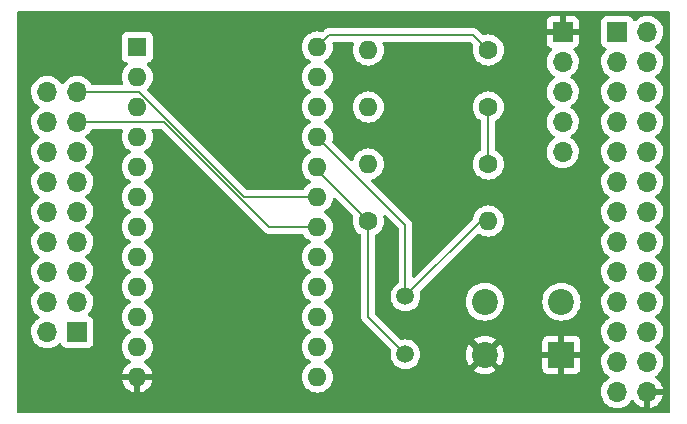
<source format=gbr>
%TF.GenerationSoftware,KiCad,Pcbnew,(6.0.2)*%
%TF.CreationDate,2022-03-14T19:59:34-05:00*%
%TF.ProjectId,SerialClockFlyover,53657269-616c-4436-9c6f-636b466c796f,rev?*%
%TF.SameCoordinates,Original*%
%TF.FileFunction,Copper,L2,Bot*%
%TF.FilePolarity,Positive*%
%FSLAX46Y46*%
G04 Gerber Fmt 4.6, Leading zero omitted, Abs format (unit mm)*
G04 Created by KiCad (PCBNEW (6.0.2)) date 2022-03-14 19:59:34*
%MOMM*%
%LPD*%
G01*
G04 APERTURE LIST*
%TA.AperFunction,ComponentPad*%
%ADD10C,1.600000*%
%TD*%
%TA.AperFunction,ComponentPad*%
%ADD11O,1.600000X1.600000*%
%TD*%
%TA.AperFunction,ComponentPad*%
%ADD12R,1.700000X1.700000*%
%TD*%
%TA.AperFunction,ComponentPad*%
%ADD13O,1.700000X1.700000*%
%TD*%
%TA.AperFunction,ComponentPad*%
%ADD14C,1.500000*%
%TD*%
%TA.AperFunction,ComponentPad*%
%ADD15R,1.600000X1.600000*%
%TD*%
%TA.AperFunction,ComponentPad*%
%ADD16R,2.200000X2.200000*%
%TD*%
%TA.AperFunction,ComponentPad*%
%ADD17C,2.200000*%
%TD*%
%TA.AperFunction,Conductor*%
%ADD18C,0.152400*%
%TD*%
G04 APERTURE END LIST*
D10*
%TO.P,R4,1*%
%TO.N,Net-(R4-Pad1)*%
X184658000Y-103632000D03*
D11*
%TO.P,R4,2*%
%TO.N,Net-(R4-Pad2)*%
X194818000Y-103632000D03*
%TD*%
D12*
%TO.P,J2,1,Pin_1*%
%TO.N,/F300*%
X160020000Y-113030000D03*
D13*
%TO.P,J2,2,Pin_2*%
%TO.N,Net-(J1-Pad13)*%
X157480000Y-113030000D03*
%TO.P,J2,3,Pin_3*%
%TO.N,/F1200*%
X160020000Y-110490000D03*
%TO.P,J2,4,Pin_4*%
%TO.N,Net-(J1-Pad13)*%
X157480000Y-110490000D03*
%TO.P,J2,5,Pin_5*%
%TO.N,/F2400*%
X160020000Y-107950000D03*
%TO.P,J2,6,Pin_6*%
%TO.N,Net-(J1-Pad13)*%
X157480000Y-107950000D03*
%TO.P,J2,7,Pin_7*%
%TO.N,/F4800*%
X160020000Y-105410000D03*
%TO.P,J2,8,Pin_8*%
%TO.N,Net-(J1-Pad13)*%
X157480000Y-105410000D03*
%TO.P,J2,9,Pin_9*%
%TO.N,/F9600*%
X160020000Y-102870000D03*
%TO.P,J2,10,Pin_10*%
%TO.N,Net-(J1-Pad13)*%
X157480000Y-102870000D03*
%TO.P,J2,11,Pin_11*%
%TO.N,/F19200*%
X160020000Y-100330000D03*
%TO.P,J2,12,Pin_12*%
%TO.N,Net-(J1-Pad13)*%
X157480000Y-100330000D03*
%TO.P,J2,13,Pin_13*%
%TO.N,/F38400*%
X160020000Y-97790000D03*
%TO.P,J2,14,Pin_14*%
%TO.N,Net-(J1-Pad13)*%
X157480000Y-97790000D03*
%TO.P,J2,15,Pin_15*%
%TO.N,/F57600*%
X160020000Y-95250000D03*
%TO.P,J2,16,Pin_16*%
%TO.N,Net-(J1-Pad13)*%
X157480000Y-95250000D03*
%TO.P,J2,17,Pin_17*%
%TO.N,/F115200*%
X160020000Y-92710000D03*
%TO.P,J2,18,Pin_18*%
%TO.N,Net-(J1-Pad13)*%
X157480000Y-92710000D03*
%TD*%
D14*
%TO.P,Y1,1,1*%
%TO.N,Net-(R4-Pad1)*%
X187807600Y-114921200D03*
%TO.P,Y1,2,2*%
%TO.N,Net-(R4-Pad2)*%
X187807600Y-110021200D03*
%TD*%
D10*
%TO.P,R1,1*%
%TO.N,+5V*%
X194818000Y-89154000D03*
D11*
%TO.P,R1,2*%
%TO.N,Net-(R1-Pad2)*%
X184658000Y-89154000D03*
%TD*%
D10*
%TO.P,R2,1*%
%TO.N,+5V*%
X194818000Y-93980000D03*
D11*
%TO.P,R2,2*%
%TO.N,Net-(R2-Pad2)*%
X184658000Y-93980000D03*
%TD*%
D15*
%TO.P,U1,1,F1*%
%TO.N,/F38400*%
X165100000Y-88900000D03*
D11*
%TO.P,U1,2,F3*%
%TO.N,/F19200*%
X165100000Y-91440000D03*
%TO.P,U1,3,F5*%
%TO.N,/F9600*%
X165100000Y-93980000D03*
%TO.P,U1,4,F7*%
%TO.N,/F4800*%
X165100000Y-96520000D03*
%TO.P,U1,5,F8*%
%TO.N,/F2400*%
X165100000Y-99060000D03*
%TO.P,U1,6,F10*%
%TO.N,unconnected-(U1-Pad6)*%
X165100000Y-101600000D03*
%TO.P,U1,7,F9*%
%TO.N,/F1200*%
X165100000Y-104140000D03*
%TO.P,U1,8,F11*%
%TO.N,unconnected-(U1-Pad8)*%
X165100000Y-106680000D03*
%TO.P,U1,9,F14*%
%TO.N,/F300*%
X165100000Y-109220000D03*
%TO.P,U1,10,~{RESET}*%
%TO.N,Net-(R3-Pad2)*%
X165100000Y-111760000D03*
%TO.P,U1,11,Not_Used*%
%TO.N,unconnected-(U1-Pad11)*%
X165100000Y-114300000D03*
%TO.P,U1,12,VSS*%
%TO.N,GND*%
X165100000Y-116840000D03*
%TO.P,U1,13,F13*%
%TO.N,unconnected-(U1-Pad13)*%
X180340000Y-116840000D03*
%TO.P,U1,14,F12*%
%TO.N,unconnected-(U1-Pad14)*%
X180340000Y-114300000D03*
%TO.P,U1,15,F6*%
%TO.N,unconnected-(U1-Pad15)*%
X180340000Y-111760000D03*
%TO.P,U1,16,F4*%
%TO.N,unconnected-(U1-Pad16)*%
X180340000Y-109220000D03*
%TO.P,U1,17,F2*%
%TO.N,unconnected-(U1-Pad17)*%
X180340000Y-106680000D03*
%TO.P,U1,18,F15*%
%TO.N,/F57600*%
X180340000Y-104140000D03*
%TO.P,U1,19,F16*%
%TO.N,/F115200*%
X180340000Y-101600000D03*
%TO.P,U1,20,XTALOUT*%
%TO.N,Net-(R4-Pad1)*%
X180340000Y-99060000D03*
%TO.P,U1,21,XTALIN*%
%TO.N,Net-(R4-Pad2)*%
X180340000Y-96520000D03*
%TO.P,U1,22,RSB*%
%TO.N,Net-(R2-Pad2)*%
X180340000Y-93980000D03*
%TO.P,U1,23,RSA*%
%TO.N,Net-(R1-Pad2)*%
X180340000Y-91440000D03*
%TO.P,U1,24,VDD*%
%TO.N,+5V*%
X180340000Y-88900000D03*
%TD*%
D12*
%TO.P,J3,1,Pin_1*%
%TO.N,GND*%
X201117200Y-87630000D03*
D13*
%TO.P,J3,2,Pin_2*%
%TO.N,/CTSB*%
X201117200Y-90170000D03*
%TO.P,J3,3,Pin_3*%
%TO.N,/RTSB*%
X201117200Y-92710000D03*
%TO.P,J3,4,Pin_4*%
%TO.N,/TxDB*%
X201117200Y-95250000D03*
%TO.P,J3,5,Pin_5*%
%TO.N,/RxDB*%
X201117200Y-97790000D03*
%TD*%
D16*
%TO.P,S1,1*%
%TO.N,GND*%
X201015600Y-114960400D03*
D17*
%TO.P,S1,2*%
X194515600Y-114960400D03*
%TO.P,S1,3*%
%TO.N,Net-(R3-Pad2)*%
X201015600Y-110460400D03*
%TO.P,S1,4*%
X194515600Y-110460400D03*
%TD*%
D10*
%TO.P,R3,1*%
%TO.N,+5V*%
X194818000Y-98806000D03*
D11*
%TO.P,R3,2*%
%TO.N,Net-(R3-Pad2)*%
X184658000Y-98806000D03*
%TD*%
D12*
%TO.P,J1,1,Pin_1*%
%TO.N,/CTSB*%
X205740000Y-87630000D03*
D13*
%TO.P,J1,2,Pin_2*%
%TO.N,unconnected-(J1-Pad2)*%
X208280000Y-87630000D03*
%TO.P,J1,3,Pin_3*%
%TO.N,unconnected-(J1-Pad3)*%
X205740000Y-90170000D03*
%TO.P,J1,4,Pin_4*%
%TO.N,/RTSB*%
X208280000Y-90170000D03*
%TO.P,J1,5,Pin_5*%
%TO.N,Net-(J1-Pad13)*%
X205740000Y-92710000D03*
%TO.P,J1,6,Pin_6*%
%TO.N,/TxDB*%
X208280000Y-92710000D03*
%TO.P,J1,7,Pin_7*%
%TO.N,/RxDB*%
X205740000Y-95250000D03*
%TO.P,J1,8,Pin_8*%
%TO.N,unconnected-(J1-Pad8)*%
X208280000Y-95250000D03*
%TO.P,J1,9,Pin_9*%
%TO.N,unconnected-(J1-Pad9)*%
X205740000Y-97790000D03*
%TO.P,J1,10,Pin_10*%
%TO.N,unconnected-(J1-Pad10)*%
X208280000Y-97790000D03*
%TO.P,J1,11,Pin_11*%
%TO.N,unconnected-(J1-Pad11)*%
X205740000Y-100330000D03*
%TO.P,J1,12,Pin_12*%
%TO.N,unconnected-(J1-Pad12)*%
X208280000Y-100330000D03*
%TO.P,J1,13,Pin_13*%
%TO.N,Net-(J1-Pad13)*%
X205740000Y-102870000D03*
%TO.P,J1,14,Pin_14*%
X208280000Y-102870000D03*
%TO.P,J1,15,Pin_15*%
%TO.N,unconnected-(J1-Pad15)*%
X205740000Y-105410000D03*
%TO.P,J1,16,Pin_16*%
%TO.N,unconnected-(J1-Pad16)*%
X208280000Y-105410000D03*
%TO.P,J1,17,Pin_17*%
%TO.N,unconnected-(J1-Pad17)*%
X205740000Y-107950000D03*
%TO.P,J1,18,Pin_18*%
%TO.N,unconnected-(J1-Pad18)*%
X208280000Y-107950000D03*
%TO.P,J1,19,Pin_19*%
%TO.N,unconnected-(J1-Pad19)*%
X205740000Y-110490000D03*
%TO.P,J1,20,Pin_20*%
%TO.N,unconnected-(J1-Pad20)*%
X208280000Y-110490000D03*
%TO.P,J1,21,Pin_21*%
%TO.N,unconnected-(J1-Pad21)*%
X205740000Y-113030000D03*
%TO.P,J1,22,Pin_22*%
%TO.N,unconnected-(J1-Pad22)*%
X208280000Y-113030000D03*
%TO.P,J1,23,Pin_23*%
%TO.N,unconnected-(J1-Pad23)*%
X205740000Y-115570000D03*
%TO.P,J1,24,Pin_24*%
%TO.N,unconnected-(J1-Pad24)*%
X208280000Y-115570000D03*
%TO.P,J1,25,Pin_25*%
%TO.N,+5V*%
X205740000Y-118110000D03*
%TO.P,J1,26,Pin_26*%
%TO.N,GND*%
X208280000Y-118110000D03*
%TD*%
D18*
%TO.N,+5V*%
X193548000Y-87884000D02*
X181356000Y-87884000D01*
X194818000Y-89154000D02*
X193548000Y-87884000D01*
X181356000Y-87884000D02*
X180340000Y-88900000D01*
X194818000Y-98806000D02*
X194818000Y-93980000D01*
%TO.N,/F57600*%
X167393597Y-95250000D02*
X176283597Y-104140000D01*
X176283597Y-104140000D02*
X180340000Y-104140000D01*
X160020000Y-95250000D02*
X167393597Y-95250000D01*
%TO.N,/F115200*%
X165283970Y-92710000D02*
X174173970Y-101600000D01*
X174173970Y-101600000D02*
X180340000Y-101600000D01*
X160020000Y-92710000D02*
X165283970Y-92710000D01*
%TO.N,Net-(R4-Pad1)*%
X184658000Y-103632000D02*
X180340000Y-99314000D01*
X180340000Y-99314000D02*
X180340000Y-99060000D01*
X187807600Y-114921200D02*
X184658000Y-111771600D01*
X184658000Y-111771600D02*
X184658000Y-103632000D01*
%TO.N,Net-(R4-Pad2)*%
X187807600Y-110021200D02*
X194196800Y-103632000D01*
X187807600Y-103987600D02*
X180340000Y-96520000D01*
X194196800Y-103632000D02*
X194818000Y-103632000D01*
X187807600Y-110021200D02*
X187807600Y-103987600D01*
%TD*%
%TA.AperFunction,Conductor*%
%TO.N,GND*%
G36*
X210127121Y-85872002D02*
G01*
X210173614Y-85925658D01*
X210185000Y-85978000D01*
X210185000Y-119762000D01*
X210164998Y-119830121D01*
X210111342Y-119876614D01*
X210059000Y-119888000D01*
X155066000Y-119888000D01*
X154997879Y-119867998D01*
X154951386Y-119814342D01*
X154940000Y-119762000D01*
X154940000Y-117106522D01*
X163817273Y-117106522D01*
X163864764Y-117283761D01*
X163868510Y-117294053D01*
X163960586Y-117491511D01*
X163966069Y-117501007D01*
X164091028Y-117679467D01*
X164098084Y-117687875D01*
X164252125Y-117841916D01*
X164260533Y-117848972D01*
X164438993Y-117973931D01*
X164448489Y-117979414D01*
X164645947Y-118071490D01*
X164656239Y-118075236D01*
X164828503Y-118121394D01*
X164842599Y-118121058D01*
X164846000Y-118113116D01*
X164846000Y-118107967D01*
X165354000Y-118107967D01*
X165357973Y-118121498D01*
X165366522Y-118122727D01*
X165543761Y-118075236D01*
X165554053Y-118071490D01*
X165751511Y-117979414D01*
X165761007Y-117973931D01*
X165939467Y-117848972D01*
X165947875Y-117841916D01*
X166101916Y-117687875D01*
X166108972Y-117679467D01*
X166233931Y-117501007D01*
X166239414Y-117491511D01*
X166331490Y-117294053D01*
X166335236Y-117283761D01*
X166381394Y-117111497D01*
X166381058Y-117097401D01*
X166373116Y-117094000D01*
X165372115Y-117094000D01*
X165356876Y-117098475D01*
X165355671Y-117099865D01*
X165354000Y-117107548D01*
X165354000Y-118107967D01*
X164846000Y-118107967D01*
X164846000Y-117112115D01*
X164841525Y-117096876D01*
X164840135Y-117095671D01*
X164832452Y-117094000D01*
X163832033Y-117094000D01*
X163818502Y-117097973D01*
X163817273Y-117106522D01*
X154940000Y-117106522D01*
X154940000Y-112996695D01*
X156117251Y-112996695D01*
X156117548Y-113001848D01*
X156117548Y-113001851D01*
X156123011Y-113096590D01*
X156130110Y-113219715D01*
X156131247Y-113224761D01*
X156131248Y-113224767D01*
X156146806Y-113293802D01*
X156179222Y-113437639D01*
X156263266Y-113644616D01*
X156300685Y-113705678D01*
X156377291Y-113830688D01*
X156379987Y-113835088D01*
X156526250Y-114003938D01*
X156698126Y-114146632D01*
X156891000Y-114259338D01*
X157099692Y-114339030D01*
X157104760Y-114340061D01*
X157104763Y-114340062D01*
X157209466Y-114361364D01*
X157318597Y-114383567D01*
X157323772Y-114383757D01*
X157323774Y-114383757D01*
X157536673Y-114391564D01*
X157536677Y-114391564D01*
X157541837Y-114391753D01*
X157546957Y-114391097D01*
X157546959Y-114391097D01*
X157758288Y-114364025D01*
X157758289Y-114364025D01*
X157763416Y-114363368D01*
X157770096Y-114361364D01*
X157972429Y-114300661D01*
X157972434Y-114300659D01*
X157977384Y-114299174D01*
X158177994Y-114200896D01*
X158359860Y-114071173D01*
X158468091Y-113963319D01*
X158530462Y-113929404D01*
X158601268Y-113934592D01*
X158658030Y-113977238D01*
X158675012Y-114008341D01*
X158719385Y-114126705D01*
X158806739Y-114243261D01*
X158923295Y-114330615D01*
X159059684Y-114381745D01*
X159121866Y-114388500D01*
X160918134Y-114388500D01*
X160980316Y-114381745D01*
X161116705Y-114330615D01*
X161233261Y-114243261D01*
X161320615Y-114126705D01*
X161371745Y-113990316D01*
X161378500Y-113928134D01*
X161378500Y-112131866D01*
X161371745Y-112069684D01*
X161320615Y-111933295D01*
X161233261Y-111816739D01*
X161116705Y-111729385D01*
X161089905Y-111719338D01*
X160998203Y-111684960D01*
X160941439Y-111642318D01*
X160916739Y-111575756D01*
X160931947Y-111506408D01*
X160953493Y-111477727D01*
X161054435Y-111377137D01*
X161058096Y-111373489D01*
X161117594Y-111290689D01*
X161185435Y-111196277D01*
X161188453Y-111192077D01*
X161209320Y-111149857D01*
X161285136Y-110996453D01*
X161285137Y-110996451D01*
X161287430Y-110991811D01*
X161352370Y-110778069D01*
X161381529Y-110556590D01*
X161381611Y-110553240D01*
X161383074Y-110493365D01*
X161383074Y-110493361D01*
X161383156Y-110490000D01*
X161364852Y-110267361D01*
X161310431Y-110050702D01*
X161221354Y-109845840D01*
X161137392Y-109716054D01*
X161102822Y-109662617D01*
X161102820Y-109662614D01*
X161100014Y-109658277D01*
X160949670Y-109493051D01*
X160945619Y-109489852D01*
X160945615Y-109489848D01*
X160778414Y-109357800D01*
X160778410Y-109357798D01*
X160774359Y-109354598D01*
X160733053Y-109331796D01*
X160683084Y-109281364D01*
X160668312Y-109211921D01*
X160693428Y-109145516D01*
X160720780Y-109118909D01*
X160764603Y-109087650D01*
X160899860Y-108991173D01*
X161058096Y-108833489D01*
X161061555Y-108828676D01*
X161185435Y-108656277D01*
X161188453Y-108652077D01*
X161209320Y-108609857D01*
X161285136Y-108456453D01*
X161285137Y-108456451D01*
X161287430Y-108451811D01*
X161352370Y-108238069D01*
X161381529Y-108016590D01*
X161381611Y-108013240D01*
X161383074Y-107953365D01*
X161383074Y-107953361D01*
X161383156Y-107950000D01*
X161364852Y-107727361D01*
X161310431Y-107510702D01*
X161221354Y-107305840D01*
X161181906Y-107244862D01*
X161102822Y-107122617D01*
X161102820Y-107122614D01*
X161100014Y-107118277D01*
X160949670Y-106953051D01*
X160945619Y-106949852D01*
X160945615Y-106949848D01*
X160778414Y-106817800D01*
X160778410Y-106817798D01*
X160774359Y-106814598D01*
X160733053Y-106791796D01*
X160683084Y-106741364D01*
X160668312Y-106671921D01*
X160693428Y-106605516D01*
X160720780Y-106578909D01*
X160764603Y-106547650D01*
X160899860Y-106451173D01*
X161058096Y-106293489D01*
X161117594Y-106210689D01*
X161185435Y-106116277D01*
X161188453Y-106112077D01*
X161209320Y-106069857D01*
X161285136Y-105916453D01*
X161285137Y-105916451D01*
X161287430Y-105911811D01*
X161352370Y-105698069D01*
X161381529Y-105476590D01*
X161381611Y-105473240D01*
X161383074Y-105413365D01*
X161383074Y-105413361D01*
X161383156Y-105410000D01*
X161364852Y-105187361D01*
X161310431Y-104970702D01*
X161221354Y-104765840D01*
X161150447Y-104656234D01*
X161102822Y-104582617D01*
X161102820Y-104582614D01*
X161100014Y-104578277D01*
X160949670Y-104413051D01*
X160945619Y-104409852D01*
X160945615Y-104409848D01*
X160778414Y-104277800D01*
X160778410Y-104277798D01*
X160774359Y-104274598D01*
X160733053Y-104251796D01*
X160683084Y-104201364D01*
X160668312Y-104131921D01*
X160693428Y-104065516D01*
X160720780Y-104038909D01*
X160781233Y-103995788D01*
X160899860Y-103911173D01*
X161058096Y-103753489D01*
X161117594Y-103670689D01*
X161185435Y-103576277D01*
X161188453Y-103572077D01*
X161191676Y-103565557D01*
X161285136Y-103376453D01*
X161285137Y-103376451D01*
X161287430Y-103371811D01*
X161331538Y-103226634D01*
X161350865Y-103163023D01*
X161350865Y-103163021D01*
X161352370Y-103158069D01*
X161381529Y-102936590D01*
X161381611Y-102933240D01*
X161383074Y-102873365D01*
X161383074Y-102873361D01*
X161383156Y-102870000D01*
X161364852Y-102647361D01*
X161310431Y-102430702D01*
X161221354Y-102225840D01*
X161181906Y-102164862D01*
X161102822Y-102042617D01*
X161102820Y-102042614D01*
X161100014Y-102038277D01*
X160949670Y-101873051D01*
X160945619Y-101869852D01*
X160945615Y-101869848D01*
X160778414Y-101737800D01*
X160778410Y-101737798D01*
X160774359Y-101734598D01*
X160733053Y-101711796D01*
X160683084Y-101661364D01*
X160668312Y-101591921D01*
X160693428Y-101525516D01*
X160720780Y-101498909D01*
X160764603Y-101467650D01*
X160899860Y-101371173D01*
X161058096Y-101213489D01*
X161117594Y-101130689D01*
X161185435Y-101036277D01*
X161188453Y-101032077D01*
X161203668Y-101001293D01*
X161285136Y-100836453D01*
X161285137Y-100836451D01*
X161287430Y-100831811D01*
X161352370Y-100618069D01*
X161381529Y-100396590D01*
X161381611Y-100393240D01*
X161383074Y-100333365D01*
X161383074Y-100333361D01*
X161383156Y-100330000D01*
X161364852Y-100107361D01*
X161310431Y-99890702D01*
X161221354Y-99685840D01*
X161154944Y-99583186D01*
X161102822Y-99502617D01*
X161102820Y-99502614D01*
X161100014Y-99498277D01*
X160949670Y-99333051D01*
X160945619Y-99329852D01*
X160945615Y-99329848D01*
X160778414Y-99197800D01*
X160778410Y-99197798D01*
X160774359Y-99194598D01*
X160733053Y-99171796D01*
X160683084Y-99121364D01*
X160668312Y-99051921D01*
X160693428Y-98985516D01*
X160720780Y-98958909D01*
X160764603Y-98927650D01*
X160899860Y-98831173D01*
X161058096Y-98673489D01*
X161117594Y-98590689D01*
X161185435Y-98496277D01*
X161188453Y-98492077D01*
X161195780Y-98477253D01*
X161285136Y-98296453D01*
X161285137Y-98296451D01*
X161287430Y-98291811D01*
X161352370Y-98078069D01*
X161381529Y-97856590D01*
X161381652Y-97851563D01*
X161383074Y-97793365D01*
X161383074Y-97793361D01*
X161383156Y-97790000D01*
X161364852Y-97567361D01*
X161310431Y-97350702D01*
X161221354Y-97145840D01*
X161181906Y-97084862D01*
X161102822Y-96962617D01*
X161102820Y-96962614D01*
X161100014Y-96958277D01*
X160949670Y-96793051D01*
X160945619Y-96789852D01*
X160945615Y-96789848D01*
X160778414Y-96657800D01*
X160778410Y-96657798D01*
X160774359Y-96654598D01*
X160733053Y-96631796D01*
X160683084Y-96581364D01*
X160668312Y-96511921D01*
X160693428Y-96445516D01*
X160720780Y-96418909D01*
X160764603Y-96387650D01*
X160899860Y-96291173D01*
X161058096Y-96133489D01*
X161117594Y-96050689D01*
X161185435Y-95956277D01*
X161188453Y-95952077D01*
X161211783Y-95904872D01*
X161259897Y-95852666D01*
X161324740Y-95834700D01*
X163778010Y-95834700D01*
X163846131Y-95854702D01*
X163892624Y-95908358D01*
X163902728Y-95978632D01*
X163892205Y-96013949D01*
X163868041Y-96065770D01*
X163865716Y-96070757D01*
X163806457Y-96291913D01*
X163786502Y-96520000D01*
X163806457Y-96748087D01*
X163807881Y-96753400D01*
X163807881Y-96753402D01*
X163863941Y-96962617D01*
X163865716Y-96969243D01*
X163868039Y-96974224D01*
X163868039Y-96974225D01*
X163960151Y-97171762D01*
X163960154Y-97171767D01*
X163962477Y-97176749D01*
X163965634Y-97181257D01*
X164084281Y-97350702D01*
X164093802Y-97364300D01*
X164255700Y-97526198D01*
X164260208Y-97529355D01*
X164260211Y-97529357D01*
X164296386Y-97554687D01*
X164443251Y-97657523D01*
X164448233Y-97659846D01*
X164448238Y-97659849D01*
X164482457Y-97675805D01*
X164535742Y-97722722D01*
X164555203Y-97790999D01*
X164534661Y-97858959D01*
X164482457Y-97904195D01*
X164448238Y-97920151D01*
X164448233Y-97920154D01*
X164443251Y-97922477D01*
X164387235Y-97961700D01*
X164260211Y-98050643D01*
X164260208Y-98050645D01*
X164255700Y-98053802D01*
X164093802Y-98215700D01*
X163962477Y-98403251D01*
X163960154Y-98408233D01*
X163960151Y-98408238D01*
X163871203Y-98598990D01*
X163865716Y-98610757D01*
X163864294Y-98616065D01*
X163864293Y-98616067D01*
X163825718Y-98760031D01*
X163806457Y-98831913D01*
X163786502Y-99060000D01*
X163806457Y-99288087D01*
X163807881Y-99293400D01*
X163807881Y-99293402D01*
X163863941Y-99502617D01*
X163865716Y-99509243D01*
X163868039Y-99514224D01*
X163868039Y-99514225D01*
X163960151Y-99711762D01*
X163960154Y-99711767D01*
X163962477Y-99716749D01*
X163965634Y-99721257D01*
X164084281Y-99890702D01*
X164093802Y-99904300D01*
X164255700Y-100066198D01*
X164260208Y-100069355D01*
X164260211Y-100069357D01*
X164307319Y-100102342D01*
X164443251Y-100197523D01*
X164448233Y-100199846D01*
X164448238Y-100199849D01*
X164482457Y-100215805D01*
X164535742Y-100262722D01*
X164555203Y-100330999D01*
X164534661Y-100398959D01*
X164482457Y-100444195D01*
X164448238Y-100460151D01*
X164448233Y-100460154D01*
X164443251Y-100462477D01*
X164368888Y-100514547D01*
X164260211Y-100590643D01*
X164260208Y-100590645D01*
X164255700Y-100593802D01*
X164093802Y-100755700D01*
X163962477Y-100943251D01*
X163960154Y-100948233D01*
X163960151Y-100948238D01*
X163871203Y-101138990D01*
X163865716Y-101150757D01*
X163806457Y-101371913D01*
X163786502Y-101600000D01*
X163806457Y-101828087D01*
X163807881Y-101833400D01*
X163807881Y-101833402D01*
X163863941Y-102042617D01*
X163865716Y-102049243D01*
X163868039Y-102054224D01*
X163868039Y-102054225D01*
X163960151Y-102251762D01*
X163960154Y-102251767D01*
X163962477Y-102256749D01*
X164018972Y-102337432D01*
X164084281Y-102430702D01*
X164093802Y-102444300D01*
X164255700Y-102606198D01*
X164260208Y-102609355D01*
X164260211Y-102609357D01*
X164307319Y-102642342D01*
X164443251Y-102737523D01*
X164448233Y-102739846D01*
X164448238Y-102739849D01*
X164482457Y-102755805D01*
X164535742Y-102802722D01*
X164555203Y-102870999D01*
X164534661Y-102938959D01*
X164482457Y-102984195D01*
X164448238Y-103000151D01*
X164448233Y-103000154D01*
X164443251Y-103002477D01*
X164368888Y-103054547D01*
X164260211Y-103130643D01*
X164260208Y-103130645D01*
X164255700Y-103133802D01*
X164093802Y-103295700D01*
X163962477Y-103483251D01*
X163960154Y-103488233D01*
X163960151Y-103488238D01*
X163871203Y-103678990D01*
X163865716Y-103690757D01*
X163806457Y-103911913D01*
X163786502Y-104140000D01*
X163806457Y-104368087D01*
X163807881Y-104373400D01*
X163807881Y-104373402D01*
X163863941Y-104582617D01*
X163865716Y-104589243D01*
X163868039Y-104594224D01*
X163868039Y-104594225D01*
X163960151Y-104791762D01*
X163960154Y-104791767D01*
X163962477Y-104796749D01*
X164023090Y-104883313D01*
X164084281Y-104970702D01*
X164093802Y-104984300D01*
X164255700Y-105146198D01*
X164260208Y-105149355D01*
X164260211Y-105149357D01*
X164307319Y-105182342D01*
X164443251Y-105277523D01*
X164448233Y-105279846D01*
X164448238Y-105279849D01*
X164482457Y-105295805D01*
X164535742Y-105342722D01*
X164555203Y-105410999D01*
X164534661Y-105478959D01*
X164482457Y-105524195D01*
X164448238Y-105540151D01*
X164448233Y-105540154D01*
X164443251Y-105542477D01*
X164368888Y-105594547D01*
X164260211Y-105670643D01*
X164260208Y-105670645D01*
X164255700Y-105673802D01*
X164093802Y-105835700D01*
X163962477Y-106023251D01*
X163960154Y-106028233D01*
X163960151Y-106028238D01*
X163871203Y-106218990D01*
X163865716Y-106230757D01*
X163806457Y-106451913D01*
X163786502Y-106680000D01*
X163806457Y-106908087D01*
X163807881Y-106913400D01*
X163807881Y-106913402D01*
X163863941Y-107122617D01*
X163865716Y-107129243D01*
X163868039Y-107134224D01*
X163868039Y-107134225D01*
X163960151Y-107331762D01*
X163960154Y-107331767D01*
X163962477Y-107336749D01*
X163965634Y-107341257D01*
X164084281Y-107510702D01*
X164093802Y-107524300D01*
X164255700Y-107686198D01*
X164260208Y-107689355D01*
X164260211Y-107689357D01*
X164307319Y-107722342D01*
X164443251Y-107817523D01*
X164448233Y-107819846D01*
X164448238Y-107819849D01*
X164482457Y-107835805D01*
X164535742Y-107882722D01*
X164555203Y-107950999D01*
X164534661Y-108018959D01*
X164482457Y-108064195D01*
X164448238Y-108080151D01*
X164448233Y-108080154D01*
X164443251Y-108082477D01*
X164368888Y-108134547D01*
X164260211Y-108210643D01*
X164260208Y-108210645D01*
X164255700Y-108213802D01*
X164093802Y-108375700D01*
X164090645Y-108380208D01*
X164090643Y-108380211D01*
X164060349Y-108423476D01*
X163962477Y-108563251D01*
X163960154Y-108568233D01*
X163960151Y-108568238D01*
X163871203Y-108758990D01*
X163865716Y-108770757D01*
X163864294Y-108776065D01*
X163864293Y-108776067D01*
X163823812Y-108927144D01*
X163806457Y-108991913D01*
X163786502Y-109220000D01*
X163806457Y-109448087D01*
X163807881Y-109453400D01*
X163807881Y-109453402D01*
X163863941Y-109662617D01*
X163865716Y-109669243D01*
X163868039Y-109674224D01*
X163868039Y-109674225D01*
X163960151Y-109871762D01*
X163960154Y-109871767D01*
X163962477Y-109876749D01*
X163965634Y-109881257D01*
X164084281Y-110050702D01*
X164093802Y-110064300D01*
X164255700Y-110226198D01*
X164260208Y-110229355D01*
X164260211Y-110229357D01*
X164283810Y-110245881D01*
X164443251Y-110357523D01*
X164448233Y-110359846D01*
X164448238Y-110359849D01*
X164482457Y-110375805D01*
X164535742Y-110422722D01*
X164555203Y-110490999D01*
X164534661Y-110558959D01*
X164482457Y-110604195D01*
X164448238Y-110620151D01*
X164448233Y-110620154D01*
X164443251Y-110622477D01*
X164368888Y-110674547D01*
X164260211Y-110750643D01*
X164260208Y-110750645D01*
X164255700Y-110753802D01*
X164093802Y-110915700D01*
X164090645Y-110920208D01*
X164090643Y-110920211D01*
X164063489Y-110958991D01*
X163962477Y-111103251D01*
X163960154Y-111108233D01*
X163960151Y-111108238D01*
X163871203Y-111298990D01*
X163865716Y-111310757D01*
X163864294Y-111316065D01*
X163864293Y-111316067D01*
X163813291Y-111506408D01*
X163806457Y-111531913D01*
X163786502Y-111760000D01*
X163806457Y-111988087D01*
X163807881Y-111993400D01*
X163807881Y-111993402D01*
X163863941Y-112202617D01*
X163865716Y-112209243D01*
X163868039Y-112214224D01*
X163868039Y-112214225D01*
X163960151Y-112411762D01*
X163960154Y-112411767D01*
X163962477Y-112416749D01*
X163965634Y-112421257D01*
X164084281Y-112590702D01*
X164093802Y-112604300D01*
X164255700Y-112766198D01*
X164260208Y-112769355D01*
X164260211Y-112769357D01*
X164307319Y-112802342D01*
X164443251Y-112897523D01*
X164448233Y-112899846D01*
X164448238Y-112899849D01*
X164482457Y-112915805D01*
X164535742Y-112962722D01*
X164555203Y-113030999D01*
X164534661Y-113098959D01*
X164482457Y-113144195D01*
X164448238Y-113160151D01*
X164448233Y-113160154D01*
X164443251Y-113162477D01*
X164368888Y-113214547D01*
X164260211Y-113290643D01*
X164260208Y-113290645D01*
X164255700Y-113293802D01*
X164093802Y-113455700D01*
X164090645Y-113460208D01*
X164090643Y-113460211D01*
X164050403Y-113517680D01*
X163962477Y-113643251D01*
X163960154Y-113648233D01*
X163960151Y-113648238D01*
X163871203Y-113838990D01*
X163865716Y-113850757D01*
X163864294Y-113856065D01*
X163864293Y-113856067D01*
X163831825Y-113977238D01*
X163806457Y-114071913D01*
X163786502Y-114300000D01*
X163806457Y-114528087D01*
X163807881Y-114533400D01*
X163807881Y-114533402D01*
X163863941Y-114742617D01*
X163865716Y-114749243D01*
X163868039Y-114754224D01*
X163868039Y-114754225D01*
X163960151Y-114951762D01*
X163960154Y-114951767D01*
X163962477Y-114956749D01*
X163974005Y-114973212D01*
X164084281Y-115130702D01*
X164093802Y-115144300D01*
X164255700Y-115306198D01*
X164260208Y-115309355D01*
X164260211Y-115309357D01*
X164307319Y-115342342D01*
X164443251Y-115437523D01*
X164448233Y-115439846D01*
X164448238Y-115439849D01*
X164483049Y-115456081D01*
X164536334Y-115502998D01*
X164555795Y-115571275D01*
X164535253Y-115639235D01*
X164483049Y-115684471D01*
X164448489Y-115700586D01*
X164438993Y-115706069D01*
X164260533Y-115831028D01*
X164252125Y-115838084D01*
X164098084Y-115992125D01*
X164091028Y-116000533D01*
X163966069Y-116178993D01*
X163960586Y-116188489D01*
X163868510Y-116385947D01*
X163864764Y-116396239D01*
X163818606Y-116568503D01*
X163818942Y-116582599D01*
X163826884Y-116586000D01*
X166367967Y-116586000D01*
X166381498Y-116582027D01*
X166382727Y-116573478D01*
X166335236Y-116396239D01*
X166331490Y-116385947D01*
X166239414Y-116188489D01*
X166233931Y-116178993D01*
X166108972Y-116000533D01*
X166101916Y-115992125D01*
X165947875Y-115838084D01*
X165939467Y-115831028D01*
X165761007Y-115706069D01*
X165751511Y-115700586D01*
X165716951Y-115684471D01*
X165663666Y-115637554D01*
X165644205Y-115569277D01*
X165664747Y-115501317D01*
X165716951Y-115456081D01*
X165751762Y-115439849D01*
X165751767Y-115439846D01*
X165756749Y-115437523D01*
X165892681Y-115342342D01*
X165939789Y-115309357D01*
X165939792Y-115309355D01*
X165944300Y-115306198D01*
X166106198Y-115144300D01*
X166115720Y-115130702D01*
X166225995Y-114973212D01*
X166237523Y-114956749D01*
X166239846Y-114951767D01*
X166239849Y-114951762D01*
X166331961Y-114754225D01*
X166331961Y-114754224D01*
X166334284Y-114749243D01*
X166336060Y-114742617D01*
X166392119Y-114533402D01*
X166392119Y-114533400D01*
X166393543Y-114528087D01*
X166413498Y-114300000D01*
X166393543Y-114071913D01*
X166368175Y-113977238D01*
X166335707Y-113856067D01*
X166335706Y-113856065D01*
X166334284Y-113850757D01*
X166328797Y-113838990D01*
X166239849Y-113648238D01*
X166239846Y-113648233D01*
X166237523Y-113643251D01*
X166149597Y-113517680D01*
X166109357Y-113460211D01*
X166109355Y-113460208D01*
X166106198Y-113455700D01*
X165944300Y-113293802D01*
X165939792Y-113290645D01*
X165939789Y-113290643D01*
X165831112Y-113214547D01*
X165756749Y-113162477D01*
X165751767Y-113160154D01*
X165751762Y-113160151D01*
X165717543Y-113144195D01*
X165664258Y-113097278D01*
X165644797Y-113029001D01*
X165665339Y-112961041D01*
X165717543Y-112915805D01*
X165751762Y-112899849D01*
X165751767Y-112899846D01*
X165756749Y-112897523D01*
X165892681Y-112802342D01*
X165939789Y-112769357D01*
X165939792Y-112769355D01*
X165944300Y-112766198D01*
X166106198Y-112604300D01*
X166115720Y-112590702D01*
X166234366Y-112421257D01*
X166237523Y-112416749D01*
X166239846Y-112411767D01*
X166239849Y-112411762D01*
X166331961Y-112214225D01*
X166331961Y-112214224D01*
X166334284Y-112209243D01*
X166336060Y-112202617D01*
X166392119Y-111993402D01*
X166392119Y-111993400D01*
X166393543Y-111988087D01*
X166413498Y-111760000D01*
X166393543Y-111531913D01*
X166386709Y-111506408D01*
X166335707Y-111316067D01*
X166335706Y-111316065D01*
X166334284Y-111310757D01*
X166328797Y-111298990D01*
X166239849Y-111108238D01*
X166239846Y-111108233D01*
X166237523Y-111103251D01*
X166136511Y-110958991D01*
X166109357Y-110920211D01*
X166109355Y-110920208D01*
X166106198Y-110915700D01*
X165944300Y-110753802D01*
X165939792Y-110750645D01*
X165939789Y-110750643D01*
X165831112Y-110674547D01*
X165756749Y-110622477D01*
X165751767Y-110620154D01*
X165751762Y-110620151D01*
X165717543Y-110604195D01*
X165664258Y-110557278D01*
X165644797Y-110489001D01*
X165665339Y-110421041D01*
X165717543Y-110375805D01*
X165751762Y-110359849D01*
X165751767Y-110359846D01*
X165756749Y-110357523D01*
X165916190Y-110245881D01*
X165939789Y-110229357D01*
X165939792Y-110229355D01*
X165944300Y-110226198D01*
X166106198Y-110064300D01*
X166115720Y-110050702D01*
X166234366Y-109881257D01*
X166237523Y-109876749D01*
X166239846Y-109871767D01*
X166239849Y-109871762D01*
X166331961Y-109674225D01*
X166331961Y-109674224D01*
X166334284Y-109669243D01*
X166336060Y-109662617D01*
X166392119Y-109453402D01*
X166392119Y-109453400D01*
X166393543Y-109448087D01*
X166413498Y-109220000D01*
X166393543Y-108991913D01*
X166376188Y-108927144D01*
X166335707Y-108776067D01*
X166335706Y-108776065D01*
X166334284Y-108770757D01*
X166328797Y-108758990D01*
X166239849Y-108568238D01*
X166239846Y-108568233D01*
X166237523Y-108563251D01*
X166139651Y-108423476D01*
X166109357Y-108380211D01*
X166109355Y-108380208D01*
X166106198Y-108375700D01*
X165944300Y-108213802D01*
X165939792Y-108210645D01*
X165939789Y-108210643D01*
X165831112Y-108134547D01*
X165756749Y-108082477D01*
X165751767Y-108080154D01*
X165751762Y-108080151D01*
X165717543Y-108064195D01*
X165664258Y-108017278D01*
X165644797Y-107949001D01*
X165665339Y-107881041D01*
X165717543Y-107835805D01*
X165751762Y-107819849D01*
X165751767Y-107819846D01*
X165756749Y-107817523D01*
X165892681Y-107722342D01*
X165939789Y-107689357D01*
X165939792Y-107689355D01*
X165944300Y-107686198D01*
X166106198Y-107524300D01*
X166115720Y-107510702D01*
X166234366Y-107341257D01*
X166237523Y-107336749D01*
X166239846Y-107331767D01*
X166239849Y-107331762D01*
X166331961Y-107134225D01*
X166331961Y-107134224D01*
X166334284Y-107129243D01*
X166336060Y-107122617D01*
X166392119Y-106913402D01*
X166392119Y-106913400D01*
X166393543Y-106908087D01*
X166413498Y-106680000D01*
X166393543Y-106451913D01*
X166334284Y-106230757D01*
X166328797Y-106218990D01*
X166239849Y-106028238D01*
X166239846Y-106028233D01*
X166237523Y-106023251D01*
X166106198Y-105835700D01*
X165944300Y-105673802D01*
X165939792Y-105670645D01*
X165939789Y-105670643D01*
X165831112Y-105594547D01*
X165756749Y-105542477D01*
X165751767Y-105540154D01*
X165751762Y-105540151D01*
X165717543Y-105524195D01*
X165664258Y-105477278D01*
X165644797Y-105409001D01*
X165665339Y-105341041D01*
X165717543Y-105295805D01*
X165751762Y-105279849D01*
X165751767Y-105279846D01*
X165756749Y-105277523D01*
X165892681Y-105182342D01*
X165939789Y-105149357D01*
X165939792Y-105149355D01*
X165944300Y-105146198D01*
X166106198Y-104984300D01*
X166115720Y-104970702D01*
X166176910Y-104883313D01*
X166237523Y-104796749D01*
X166239846Y-104791767D01*
X166239849Y-104791762D01*
X166331961Y-104594225D01*
X166331961Y-104594224D01*
X166334284Y-104589243D01*
X166336060Y-104582617D01*
X166392119Y-104373402D01*
X166392119Y-104373400D01*
X166393543Y-104368087D01*
X166413498Y-104140000D01*
X166393543Y-103911913D01*
X166334284Y-103690757D01*
X166328797Y-103678990D01*
X166239849Y-103488238D01*
X166239846Y-103488233D01*
X166237523Y-103483251D01*
X166106198Y-103295700D01*
X165944300Y-103133802D01*
X165939792Y-103130645D01*
X165939789Y-103130643D01*
X165831112Y-103054547D01*
X165756749Y-103002477D01*
X165751767Y-103000154D01*
X165751762Y-103000151D01*
X165717543Y-102984195D01*
X165664258Y-102937278D01*
X165644797Y-102869001D01*
X165665339Y-102801041D01*
X165717543Y-102755805D01*
X165751762Y-102739849D01*
X165751767Y-102739846D01*
X165756749Y-102737523D01*
X165892681Y-102642342D01*
X165939789Y-102609357D01*
X165939792Y-102609355D01*
X165944300Y-102606198D01*
X166106198Y-102444300D01*
X166115720Y-102430702D01*
X166181028Y-102337432D01*
X166237523Y-102256749D01*
X166239846Y-102251767D01*
X166239849Y-102251762D01*
X166331961Y-102054225D01*
X166331961Y-102054224D01*
X166334284Y-102049243D01*
X166336060Y-102042617D01*
X166392119Y-101833402D01*
X166392119Y-101833400D01*
X166393543Y-101828087D01*
X166413498Y-101600000D01*
X166393543Y-101371913D01*
X166334284Y-101150757D01*
X166328797Y-101138990D01*
X166239849Y-100948238D01*
X166239846Y-100948233D01*
X166237523Y-100943251D01*
X166106198Y-100755700D01*
X165944300Y-100593802D01*
X165939792Y-100590645D01*
X165939789Y-100590643D01*
X165831112Y-100514547D01*
X165756749Y-100462477D01*
X165751767Y-100460154D01*
X165751762Y-100460151D01*
X165717543Y-100444195D01*
X165664258Y-100397278D01*
X165644797Y-100329001D01*
X165665339Y-100261041D01*
X165717543Y-100215805D01*
X165751762Y-100199849D01*
X165751767Y-100199846D01*
X165756749Y-100197523D01*
X165892681Y-100102342D01*
X165939789Y-100069357D01*
X165939792Y-100069355D01*
X165944300Y-100066198D01*
X166106198Y-99904300D01*
X166115720Y-99890702D01*
X166234366Y-99721257D01*
X166237523Y-99716749D01*
X166239846Y-99711767D01*
X166239849Y-99711762D01*
X166331961Y-99514225D01*
X166331961Y-99514224D01*
X166334284Y-99509243D01*
X166336060Y-99502617D01*
X166392119Y-99293402D01*
X166392119Y-99293400D01*
X166393543Y-99288087D01*
X166413498Y-99060000D01*
X166393543Y-98831913D01*
X166374282Y-98760031D01*
X166335707Y-98616067D01*
X166335706Y-98616065D01*
X166334284Y-98610757D01*
X166328797Y-98598990D01*
X166239849Y-98408238D01*
X166239846Y-98408233D01*
X166237523Y-98403251D01*
X166106198Y-98215700D01*
X165944300Y-98053802D01*
X165939792Y-98050645D01*
X165939789Y-98050643D01*
X165812765Y-97961700D01*
X165756749Y-97922477D01*
X165751767Y-97920154D01*
X165751762Y-97920151D01*
X165717543Y-97904195D01*
X165664258Y-97857278D01*
X165644797Y-97789001D01*
X165665339Y-97721041D01*
X165717543Y-97675805D01*
X165751762Y-97659849D01*
X165751767Y-97659846D01*
X165756749Y-97657523D01*
X165903614Y-97554687D01*
X165939789Y-97529357D01*
X165939792Y-97529355D01*
X165944300Y-97526198D01*
X166106198Y-97364300D01*
X166115720Y-97350702D01*
X166234366Y-97181257D01*
X166237523Y-97176749D01*
X166239846Y-97171767D01*
X166239849Y-97171762D01*
X166331961Y-96974225D01*
X166331961Y-96974224D01*
X166334284Y-96969243D01*
X166336060Y-96962617D01*
X166392119Y-96753402D01*
X166392119Y-96753400D01*
X166393543Y-96748087D01*
X166413498Y-96520000D01*
X166393543Y-96291913D01*
X166334284Y-96070757D01*
X166331959Y-96065770D01*
X166307795Y-96013949D01*
X166297134Y-95943757D01*
X166326115Y-95878945D01*
X166385535Y-95840089D01*
X166421990Y-95834700D01*
X167099217Y-95834700D01*
X167167338Y-95854702D01*
X167188312Y-95871605D01*
X171514229Y-100197523D01*
X175837213Y-104520507D01*
X175848080Y-104532898D01*
X175866584Y-104557013D01*
X175897248Y-104580542D01*
X175897249Y-104580543D01*
X175988725Y-104650734D01*
X176130960Y-104709650D01*
X176283597Y-104729746D01*
X176313735Y-104725778D01*
X176330182Y-104724700D01*
X179088687Y-104724700D01*
X179156808Y-104744702D01*
X179197806Y-104787700D01*
X179200153Y-104791764D01*
X179202477Y-104796749D01*
X179251166Y-104866284D01*
X179324281Y-104970702D01*
X179333802Y-104984300D01*
X179495700Y-105146198D01*
X179500208Y-105149355D01*
X179500211Y-105149357D01*
X179547319Y-105182342D01*
X179683251Y-105277523D01*
X179688233Y-105279846D01*
X179688238Y-105279849D01*
X179722457Y-105295805D01*
X179775742Y-105342722D01*
X179795203Y-105410999D01*
X179774661Y-105478959D01*
X179722457Y-105524195D01*
X179688238Y-105540151D01*
X179688233Y-105540154D01*
X179683251Y-105542477D01*
X179608888Y-105594547D01*
X179500211Y-105670643D01*
X179500208Y-105670645D01*
X179495700Y-105673802D01*
X179333802Y-105835700D01*
X179202477Y-106023251D01*
X179200154Y-106028233D01*
X179200151Y-106028238D01*
X179111203Y-106218990D01*
X179105716Y-106230757D01*
X179046457Y-106451913D01*
X179026502Y-106680000D01*
X179046457Y-106908087D01*
X179047881Y-106913400D01*
X179047881Y-106913402D01*
X179103941Y-107122617D01*
X179105716Y-107129243D01*
X179108039Y-107134224D01*
X179108039Y-107134225D01*
X179200151Y-107331762D01*
X179200154Y-107331767D01*
X179202477Y-107336749D01*
X179205634Y-107341257D01*
X179324281Y-107510702D01*
X179333802Y-107524300D01*
X179495700Y-107686198D01*
X179500208Y-107689355D01*
X179500211Y-107689357D01*
X179547319Y-107722342D01*
X179683251Y-107817523D01*
X179688233Y-107819846D01*
X179688238Y-107819849D01*
X179722457Y-107835805D01*
X179775742Y-107882722D01*
X179795203Y-107950999D01*
X179774661Y-108018959D01*
X179722457Y-108064195D01*
X179688238Y-108080151D01*
X179688233Y-108080154D01*
X179683251Y-108082477D01*
X179608888Y-108134547D01*
X179500211Y-108210643D01*
X179500208Y-108210645D01*
X179495700Y-108213802D01*
X179333802Y-108375700D01*
X179330645Y-108380208D01*
X179330643Y-108380211D01*
X179300349Y-108423476D01*
X179202477Y-108563251D01*
X179200154Y-108568233D01*
X179200151Y-108568238D01*
X179111203Y-108758990D01*
X179105716Y-108770757D01*
X179104294Y-108776065D01*
X179104293Y-108776067D01*
X179063812Y-108927144D01*
X179046457Y-108991913D01*
X179026502Y-109220000D01*
X179046457Y-109448087D01*
X179047881Y-109453400D01*
X179047881Y-109453402D01*
X179103941Y-109662617D01*
X179105716Y-109669243D01*
X179108039Y-109674224D01*
X179108039Y-109674225D01*
X179200151Y-109871762D01*
X179200154Y-109871767D01*
X179202477Y-109876749D01*
X179205634Y-109881257D01*
X179324281Y-110050702D01*
X179333802Y-110064300D01*
X179495700Y-110226198D01*
X179500208Y-110229355D01*
X179500211Y-110229357D01*
X179523810Y-110245881D01*
X179683251Y-110357523D01*
X179688233Y-110359846D01*
X179688238Y-110359849D01*
X179722457Y-110375805D01*
X179775742Y-110422722D01*
X179795203Y-110490999D01*
X179774661Y-110558959D01*
X179722457Y-110604195D01*
X179688238Y-110620151D01*
X179688233Y-110620154D01*
X179683251Y-110622477D01*
X179608888Y-110674547D01*
X179500211Y-110750643D01*
X179500208Y-110750645D01*
X179495700Y-110753802D01*
X179333802Y-110915700D01*
X179330645Y-110920208D01*
X179330643Y-110920211D01*
X179303489Y-110958991D01*
X179202477Y-111103251D01*
X179200154Y-111108233D01*
X179200151Y-111108238D01*
X179111203Y-111298990D01*
X179105716Y-111310757D01*
X179104294Y-111316065D01*
X179104293Y-111316067D01*
X179053291Y-111506408D01*
X179046457Y-111531913D01*
X179026502Y-111760000D01*
X179046457Y-111988087D01*
X179047881Y-111993400D01*
X179047881Y-111993402D01*
X179103941Y-112202617D01*
X179105716Y-112209243D01*
X179108039Y-112214224D01*
X179108039Y-112214225D01*
X179200151Y-112411762D01*
X179200154Y-112411767D01*
X179202477Y-112416749D01*
X179205634Y-112421257D01*
X179324281Y-112590702D01*
X179333802Y-112604300D01*
X179495700Y-112766198D01*
X179500208Y-112769355D01*
X179500211Y-112769357D01*
X179547319Y-112802342D01*
X179683251Y-112897523D01*
X179688233Y-112899846D01*
X179688238Y-112899849D01*
X179722457Y-112915805D01*
X179775742Y-112962722D01*
X179795203Y-113030999D01*
X179774661Y-113098959D01*
X179722457Y-113144195D01*
X179688238Y-113160151D01*
X179688233Y-113160154D01*
X179683251Y-113162477D01*
X179608888Y-113214547D01*
X179500211Y-113290643D01*
X179500208Y-113290645D01*
X179495700Y-113293802D01*
X179333802Y-113455700D01*
X179330645Y-113460208D01*
X179330643Y-113460211D01*
X179290403Y-113517680D01*
X179202477Y-113643251D01*
X179200154Y-113648233D01*
X179200151Y-113648238D01*
X179111203Y-113838990D01*
X179105716Y-113850757D01*
X179104294Y-113856065D01*
X179104293Y-113856067D01*
X179071825Y-113977238D01*
X179046457Y-114071913D01*
X179026502Y-114300000D01*
X179046457Y-114528087D01*
X179047881Y-114533400D01*
X179047881Y-114533402D01*
X179103941Y-114742617D01*
X179105716Y-114749243D01*
X179108039Y-114754224D01*
X179108039Y-114754225D01*
X179200151Y-114951762D01*
X179200154Y-114951767D01*
X179202477Y-114956749D01*
X179214005Y-114973212D01*
X179324281Y-115130702D01*
X179333802Y-115144300D01*
X179495700Y-115306198D01*
X179500208Y-115309355D01*
X179500211Y-115309357D01*
X179547319Y-115342342D01*
X179683251Y-115437523D01*
X179688233Y-115439846D01*
X179688238Y-115439849D01*
X179722457Y-115455805D01*
X179775742Y-115502722D01*
X179795203Y-115570999D01*
X179774661Y-115638959D01*
X179722457Y-115684195D01*
X179688238Y-115700151D01*
X179688233Y-115700154D01*
X179683251Y-115702477D01*
X179608888Y-115754547D01*
X179500211Y-115830643D01*
X179500208Y-115830645D01*
X179495700Y-115833802D01*
X179333802Y-115995700D01*
X179330645Y-116000208D01*
X179330643Y-116000211D01*
X179290403Y-116057680D01*
X179202477Y-116183251D01*
X179200154Y-116188233D01*
X179200151Y-116188238D01*
X179111203Y-116378990D01*
X179105716Y-116390757D01*
X179104294Y-116396065D01*
X179104293Y-116396067D01*
X179058116Y-116568400D01*
X179046457Y-116611913D01*
X179026502Y-116840000D01*
X179046457Y-117068087D01*
X179047881Y-117073400D01*
X179047881Y-117073402D01*
X179103941Y-117282617D01*
X179105716Y-117289243D01*
X179108039Y-117294224D01*
X179108039Y-117294225D01*
X179200151Y-117491762D01*
X179200154Y-117491767D01*
X179202477Y-117496749D01*
X179205634Y-117501257D01*
X179327903Y-117675875D01*
X179333802Y-117684300D01*
X179495700Y-117846198D01*
X179500208Y-117849355D01*
X179500211Y-117849357D01*
X179554487Y-117887361D01*
X179683251Y-117977523D01*
X179688233Y-117979846D01*
X179688238Y-117979849D01*
X179885775Y-118071961D01*
X179890757Y-118074284D01*
X179896065Y-118075706D01*
X179896067Y-118075707D01*
X180106598Y-118132119D01*
X180106600Y-118132119D01*
X180111913Y-118133543D01*
X180340000Y-118153498D01*
X180568087Y-118133543D01*
X180573400Y-118132119D01*
X180573402Y-118132119D01*
X180780246Y-118076695D01*
X204377251Y-118076695D01*
X204377548Y-118081848D01*
X204377548Y-118081851D01*
X204380529Y-118133543D01*
X204390110Y-118299715D01*
X204391247Y-118304761D01*
X204391248Y-118304767D01*
X204404597Y-118364000D01*
X204439222Y-118517639D01*
X204523266Y-118724616D01*
X204639987Y-118915088D01*
X204786250Y-119083938D01*
X204958126Y-119226632D01*
X205151000Y-119339338D01*
X205359692Y-119419030D01*
X205364760Y-119420061D01*
X205364763Y-119420062D01*
X205459862Y-119439410D01*
X205578597Y-119463567D01*
X205583772Y-119463757D01*
X205583774Y-119463757D01*
X205796673Y-119471564D01*
X205796677Y-119471564D01*
X205801837Y-119471753D01*
X205806957Y-119471097D01*
X205806959Y-119471097D01*
X206018288Y-119444025D01*
X206018289Y-119444025D01*
X206023416Y-119443368D01*
X206028366Y-119441883D01*
X206232429Y-119380661D01*
X206232434Y-119380659D01*
X206237384Y-119379174D01*
X206437994Y-119280896D01*
X206619860Y-119151173D01*
X206778096Y-118993489D01*
X206837594Y-118910689D01*
X206908453Y-118812077D01*
X206909640Y-118812930D01*
X206956960Y-118769362D01*
X207026897Y-118757145D01*
X207092338Y-118784678D01*
X207120166Y-118816511D01*
X207177694Y-118910388D01*
X207183777Y-118918699D01*
X207323213Y-119079667D01*
X207330580Y-119086883D01*
X207494434Y-119222916D01*
X207502881Y-119228831D01*
X207686756Y-119336279D01*
X207696042Y-119340729D01*
X207895001Y-119416703D01*
X207904899Y-119419579D01*
X208008250Y-119440606D01*
X208022299Y-119439410D01*
X208026000Y-119429065D01*
X208026000Y-119428517D01*
X208534000Y-119428517D01*
X208538064Y-119442359D01*
X208551478Y-119444393D01*
X208558184Y-119443534D01*
X208568262Y-119441392D01*
X208772255Y-119380191D01*
X208781842Y-119376433D01*
X208973095Y-119282739D01*
X208981945Y-119277464D01*
X209155328Y-119153792D01*
X209163200Y-119147139D01*
X209314052Y-118996812D01*
X209320730Y-118988965D01*
X209445003Y-118816020D01*
X209450313Y-118807183D01*
X209544670Y-118616267D01*
X209548469Y-118606672D01*
X209610377Y-118402910D01*
X209612555Y-118392837D01*
X209613986Y-118381962D01*
X209611775Y-118367778D01*
X209598617Y-118364000D01*
X208552115Y-118364000D01*
X208536876Y-118368475D01*
X208535671Y-118369865D01*
X208534000Y-118377548D01*
X208534000Y-119428517D01*
X208026000Y-119428517D01*
X208026000Y-117982000D01*
X208046002Y-117913879D01*
X208099658Y-117867386D01*
X208152000Y-117856000D01*
X209598344Y-117856000D01*
X209611875Y-117852027D01*
X209613180Y-117842947D01*
X209571214Y-117675875D01*
X209567894Y-117666124D01*
X209482972Y-117470814D01*
X209478105Y-117461739D01*
X209362426Y-117282926D01*
X209356136Y-117274757D01*
X209212806Y-117117240D01*
X209205273Y-117110215D01*
X209038139Y-116978222D01*
X209029556Y-116972520D01*
X208992602Y-116952120D01*
X208942631Y-116901687D01*
X208927859Y-116832245D01*
X208952975Y-116765839D01*
X208980327Y-116739232D01*
X209003797Y-116722491D01*
X209159860Y-116611173D01*
X209207274Y-116563925D01*
X209314435Y-116457137D01*
X209318096Y-116453489D01*
X209335920Y-116428685D01*
X209445435Y-116276277D01*
X209448453Y-116272077D01*
X209456175Y-116256454D01*
X209545136Y-116076453D01*
X209545137Y-116076451D01*
X209547430Y-116071811D01*
X209602028Y-115892108D01*
X209610865Y-115863023D01*
X209610865Y-115863021D01*
X209612370Y-115858069D01*
X209641529Y-115636590D01*
X209642093Y-115613498D01*
X209643074Y-115573365D01*
X209643074Y-115573361D01*
X209643156Y-115570000D01*
X209624852Y-115347361D01*
X209570431Y-115130702D01*
X209481354Y-114925840D01*
X209441906Y-114864862D01*
X209362822Y-114742617D01*
X209362820Y-114742614D01*
X209360014Y-114738277D01*
X209209670Y-114573051D01*
X209205619Y-114569852D01*
X209205615Y-114569848D01*
X209038414Y-114437800D01*
X209038410Y-114437798D01*
X209034359Y-114434598D01*
X208993053Y-114411796D01*
X208943084Y-114361364D01*
X208928312Y-114291921D01*
X208953428Y-114225516D01*
X208980780Y-114198909D01*
X209024603Y-114167650D01*
X209159860Y-114071173D01*
X209318096Y-113913489D01*
X209377594Y-113830689D01*
X209445435Y-113736277D01*
X209448453Y-113732077D01*
X209465108Y-113698379D01*
X209545136Y-113536453D01*
X209545137Y-113536451D01*
X209547430Y-113531811D01*
X209600148Y-113358295D01*
X209610865Y-113323023D01*
X209610865Y-113323021D01*
X209612370Y-113318069D01*
X209641529Y-113096590D01*
X209641611Y-113093240D01*
X209643074Y-113033365D01*
X209643074Y-113033361D01*
X209643156Y-113030000D01*
X209624852Y-112807361D01*
X209570431Y-112590702D01*
X209481354Y-112385840D01*
X209372768Y-112217991D01*
X209362822Y-112202617D01*
X209362820Y-112202614D01*
X209360014Y-112198277D01*
X209209670Y-112033051D01*
X209205619Y-112029852D01*
X209205615Y-112029848D01*
X209038414Y-111897800D01*
X209038410Y-111897798D01*
X209034359Y-111894598D01*
X208993053Y-111871796D01*
X208943084Y-111821364D01*
X208928312Y-111751921D01*
X208953428Y-111685516D01*
X208980780Y-111658909D01*
X209024603Y-111627650D01*
X209159860Y-111531173D01*
X209318096Y-111373489D01*
X209377594Y-111290689D01*
X209445435Y-111196277D01*
X209448453Y-111192077D01*
X209469320Y-111149857D01*
X209545136Y-110996453D01*
X209545137Y-110996451D01*
X209547430Y-110991811D01*
X209612370Y-110778069D01*
X209641529Y-110556590D01*
X209641611Y-110553240D01*
X209643074Y-110493365D01*
X209643074Y-110493361D01*
X209643156Y-110490000D01*
X209624852Y-110267361D01*
X209570431Y-110050702D01*
X209481354Y-109845840D01*
X209397392Y-109716054D01*
X209362822Y-109662617D01*
X209362820Y-109662614D01*
X209360014Y-109658277D01*
X209209670Y-109493051D01*
X209205619Y-109489852D01*
X209205615Y-109489848D01*
X209038414Y-109357800D01*
X209038410Y-109357798D01*
X209034359Y-109354598D01*
X208993053Y-109331796D01*
X208943084Y-109281364D01*
X208928312Y-109211921D01*
X208953428Y-109145516D01*
X208980780Y-109118909D01*
X209024603Y-109087650D01*
X209159860Y-108991173D01*
X209318096Y-108833489D01*
X209321555Y-108828676D01*
X209445435Y-108656277D01*
X209448453Y-108652077D01*
X209469320Y-108609857D01*
X209545136Y-108456453D01*
X209545137Y-108456451D01*
X209547430Y-108451811D01*
X209612370Y-108238069D01*
X209641529Y-108016590D01*
X209641611Y-108013240D01*
X209643074Y-107953365D01*
X209643074Y-107953361D01*
X209643156Y-107950000D01*
X209624852Y-107727361D01*
X209570431Y-107510702D01*
X209481354Y-107305840D01*
X209441906Y-107244862D01*
X209362822Y-107122617D01*
X209362820Y-107122614D01*
X209360014Y-107118277D01*
X209209670Y-106953051D01*
X209205619Y-106949852D01*
X209205615Y-106949848D01*
X209038414Y-106817800D01*
X209038410Y-106817798D01*
X209034359Y-106814598D01*
X208993053Y-106791796D01*
X208943084Y-106741364D01*
X208928312Y-106671921D01*
X208953428Y-106605516D01*
X208980780Y-106578909D01*
X209024603Y-106547650D01*
X209159860Y-106451173D01*
X209318096Y-106293489D01*
X209377594Y-106210689D01*
X209445435Y-106116277D01*
X209448453Y-106112077D01*
X209469320Y-106069857D01*
X209545136Y-105916453D01*
X209545137Y-105916451D01*
X209547430Y-105911811D01*
X209612370Y-105698069D01*
X209641529Y-105476590D01*
X209641611Y-105473240D01*
X209643074Y-105413365D01*
X209643074Y-105413361D01*
X209643156Y-105410000D01*
X209624852Y-105187361D01*
X209570431Y-104970702D01*
X209481354Y-104765840D01*
X209410447Y-104656234D01*
X209362822Y-104582617D01*
X209362820Y-104582614D01*
X209360014Y-104578277D01*
X209209670Y-104413051D01*
X209205619Y-104409852D01*
X209205615Y-104409848D01*
X209038414Y-104277800D01*
X209038410Y-104277798D01*
X209034359Y-104274598D01*
X208993053Y-104251796D01*
X208943084Y-104201364D01*
X208928312Y-104131921D01*
X208953428Y-104065516D01*
X208980780Y-104038909D01*
X209041233Y-103995788D01*
X209159860Y-103911173D01*
X209318096Y-103753489D01*
X209377594Y-103670689D01*
X209445435Y-103576277D01*
X209448453Y-103572077D01*
X209451676Y-103565557D01*
X209545136Y-103376453D01*
X209545137Y-103376451D01*
X209547430Y-103371811D01*
X209591538Y-103226634D01*
X209610865Y-103163023D01*
X209610865Y-103163021D01*
X209612370Y-103158069D01*
X209641529Y-102936590D01*
X209641611Y-102933240D01*
X209643074Y-102873365D01*
X209643074Y-102873361D01*
X209643156Y-102870000D01*
X209624852Y-102647361D01*
X209570431Y-102430702D01*
X209481354Y-102225840D01*
X209441906Y-102164862D01*
X209362822Y-102042617D01*
X209362820Y-102042614D01*
X209360014Y-102038277D01*
X209209670Y-101873051D01*
X209205619Y-101869852D01*
X209205615Y-101869848D01*
X209038414Y-101737800D01*
X209038410Y-101737798D01*
X209034359Y-101734598D01*
X208993053Y-101711796D01*
X208943084Y-101661364D01*
X208928312Y-101591921D01*
X208953428Y-101525516D01*
X208980780Y-101498909D01*
X209024603Y-101467650D01*
X209159860Y-101371173D01*
X209318096Y-101213489D01*
X209377594Y-101130689D01*
X209445435Y-101036277D01*
X209448453Y-101032077D01*
X209463668Y-101001293D01*
X209545136Y-100836453D01*
X209545137Y-100836451D01*
X209547430Y-100831811D01*
X209612370Y-100618069D01*
X209641529Y-100396590D01*
X209641611Y-100393240D01*
X209643074Y-100333365D01*
X209643074Y-100333361D01*
X209643156Y-100330000D01*
X209624852Y-100107361D01*
X209570431Y-99890702D01*
X209481354Y-99685840D01*
X209414944Y-99583186D01*
X209362822Y-99502617D01*
X209362820Y-99502614D01*
X209360014Y-99498277D01*
X209209670Y-99333051D01*
X209205619Y-99329852D01*
X209205615Y-99329848D01*
X209038414Y-99197800D01*
X209038410Y-99197798D01*
X209034359Y-99194598D01*
X208993053Y-99171796D01*
X208943084Y-99121364D01*
X208928312Y-99051921D01*
X208953428Y-98985516D01*
X208980780Y-98958909D01*
X209024603Y-98927650D01*
X209159860Y-98831173D01*
X209318096Y-98673489D01*
X209377594Y-98590689D01*
X209445435Y-98496277D01*
X209448453Y-98492077D01*
X209455780Y-98477253D01*
X209545136Y-98296453D01*
X209545137Y-98296451D01*
X209547430Y-98291811D01*
X209612370Y-98078069D01*
X209641529Y-97856590D01*
X209641652Y-97851563D01*
X209643074Y-97793365D01*
X209643074Y-97793361D01*
X209643156Y-97790000D01*
X209624852Y-97567361D01*
X209570431Y-97350702D01*
X209481354Y-97145840D01*
X209441906Y-97084862D01*
X209362822Y-96962617D01*
X209362820Y-96962614D01*
X209360014Y-96958277D01*
X209209670Y-96793051D01*
X209205619Y-96789852D01*
X209205615Y-96789848D01*
X209038414Y-96657800D01*
X209038410Y-96657798D01*
X209034359Y-96654598D01*
X208993053Y-96631796D01*
X208943084Y-96581364D01*
X208928312Y-96511921D01*
X208953428Y-96445516D01*
X208980780Y-96418909D01*
X209024603Y-96387650D01*
X209159860Y-96291173D01*
X209318096Y-96133489D01*
X209377594Y-96050689D01*
X209445435Y-95956277D01*
X209448453Y-95952077D01*
X209469320Y-95909857D01*
X209545136Y-95756453D01*
X209545137Y-95756451D01*
X209547430Y-95751811D01*
X209612370Y-95538069D01*
X209641529Y-95316590D01*
X209642105Y-95293019D01*
X209643074Y-95253365D01*
X209643074Y-95253361D01*
X209643156Y-95250000D01*
X209624852Y-95027361D01*
X209570431Y-94810702D01*
X209481354Y-94605840D01*
X209403859Y-94486051D01*
X209362822Y-94422617D01*
X209362820Y-94422614D01*
X209360014Y-94418277D01*
X209209670Y-94253051D01*
X209205619Y-94249852D01*
X209205615Y-94249848D01*
X209038414Y-94117800D01*
X209038410Y-94117798D01*
X209034359Y-94114598D01*
X208993053Y-94091796D01*
X208943084Y-94041364D01*
X208928312Y-93971921D01*
X208953428Y-93905516D01*
X208980780Y-93878909D01*
X209024603Y-93847650D01*
X209159860Y-93751173D01*
X209318096Y-93593489D01*
X209377594Y-93510689D01*
X209445435Y-93416277D01*
X209448453Y-93412077D01*
X209469320Y-93369857D01*
X209545136Y-93216453D01*
X209545137Y-93216451D01*
X209547430Y-93211811D01*
X209612370Y-92998069D01*
X209641529Y-92776590D01*
X209642227Y-92748039D01*
X209643074Y-92713365D01*
X209643074Y-92713361D01*
X209643156Y-92710000D01*
X209624852Y-92487361D01*
X209570431Y-92270702D01*
X209481354Y-92065840D01*
X209403859Y-91946051D01*
X209362822Y-91882617D01*
X209362820Y-91882614D01*
X209360014Y-91878277D01*
X209209670Y-91713051D01*
X209205619Y-91709852D01*
X209205615Y-91709848D01*
X209038414Y-91577800D01*
X209038410Y-91577798D01*
X209034359Y-91574598D01*
X208993053Y-91551796D01*
X208943084Y-91501364D01*
X208928312Y-91431921D01*
X208953428Y-91365516D01*
X208980780Y-91338909D01*
X209024603Y-91307650D01*
X209159860Y-91211173D01*
X209318096Y-91053489D01*
X209377594Y-90970689D01*
X209445435Y-90876277D01*
X209448453Y-90872077D01*
X209469320Y-90829857D01*
X209545136Y-90676453D01*
X209545137Y-90676451D01*
X209547430Y-90671811D01*
X209612370Y-90458069D01*
X209641529Y-90236590D01*
X209641686Y-90230155D01*
X209643074Y-90173365D01*
X209643074Y-90173361D01*
X209643156Y-90170000D01*
X209624852Y-89947361D01*
X209570431Y-89730702D01*
X209481354Y-89525840D01*
X209441906Y-89464862D01*
X209362822Y-89342617D01*
X209362820Y-89342614D01*
X209360014Y-89338277D01*
X209209670Y-89173051D01*
X209205619Y-89169852D01*
X209205615Y-89169848D01*
X209038414Y-89037800D01*
X209038410Y-89037798D01*
X209034359Y-89034598D01*
X208993053Y-89011796D01*
X208943084Y-88961364D01*
X208928312Y-88891921D01*
X208953428Y-88825516D01*
X208980780Y-88798909D01*
X209024603Y-88767650D01*
X209159860Y-88671173D01*
X209318096Y-88513489D01*
X209333004Y-88492743D01*
X209445435Y-88336277D01*
X209448453Y-88332077D01*
X209459513Y-88309700D01*
X209545136Y-88136453D01*
X209545137Y-88136451D01*
X209547430Y-88131811D01*
X209612370Y-87918069D01*
X209641529Y-87696590D01*
X209642227Y-87668039D01*
X209643074Y-87633365D01*
X209643074Y-87633361D01*
X209643156Y-87630000D01*
X209624852Y-87407361D01*
X209570431Y-87190702D01*
X209481354Y-86985840D01*
X209360014Y-86798277D01*
X209209670Y-86633051D01*
X209205619Y-86629852D01*
X209205615Y-86629848D01*
X209038414Y-86497800D01*
X209038410Y-86497798D01*
X209034359Y-86494598D01*
X208838789Y-86386638D01*
X208833920Y-86384914D01*
X208833916Y-86384912D01*
X208633087Y-86313795D01*
X208633083Y-86313794D01*
X208628212Y-86312069D01*
X208623119Y-86311162D01*
X208623116Y-86311161D01*
X208413373Y-86273800D01*
X208413367Y-86273799D01*
X208408284Y-86272894D01*
X208334452Y-86271992D01*
X208190081Y-86270228D01*
X208190079Y-86270228D01*
X208184911Y-86270165D01*
X207964091Y-86303955D01*
X207751756Y-86373357D01*
X207553607Y-86476507D01*
X207549474Y-86479610D01*
X207549471Y-86479612D01*
X207466450Y-86541946D01*
X207374965Y-86610635D01*
X207318537Y-86669684D01*
X207294283Y-86695064D01*
X207232759Y-86730494D01*
X207161846Y-86727037D01*
X207104060Y-86685791D01*
X207085207Y-86652243D01*
X207043767Y-86541703D01*
X207040615Y-86533295D01*
X206953261Y-86416739D01*
X206836705Y-86329385D01*
X206700316Y-86278255D01*
X206638134Y-86271500D01*
X204841866Y-86271500D01*
X204779684Y-86278255D01*
X204643295Y-86329385D01*
X204526739Y-86416739D01*
X204439385Y-86533295D01*
X204388255Y-86669684D01*
X204381500Y-86731866D01*
X204381500Y-88528134D01*
X204388255Y-88590316D01*
X204439385Y-88726705D01*
X204526739Y-88843261D01*
X204643295Y-88930615D01*
X204651704Y-88933767D01*
X204651705Y-88933768D01*
X204760451Y-88974535D01*
X204817216Y-89017176D01*
X204841916Y-89083738D01*
X204826709Y-89153087D01*
X204807316Y-89179568D01*
X204680629Y-89312138D01*
X204554743Y-89496680D01*
X204460688Y-89699305D01*
X204400989Y-89914570D01*
X204377251Y-90136695D01*
X204377548Y-90141848D01*
X204377548Y-90141851D01*
X204383011Y-90236590D01*
X204390110Y-90359715D01*
X204391247Y-90364761D01*
X204391248Y-90364767D01*
X204406806Y-90433802D01*
X204439222Y-90577639D01*
X204523266Y-90784616D01*
X204574019Y-90867438D01*
X204637291Y-90970688D01*
X204639987Y-90975088D01*
X204786250Y-91143938D01*
X204958126Y-91286632D01*
X205028595Y-91327811D01*
X205031445Y-91329476D01*
X205080169Y-91381114D01*
X205093240Y-91450897D01*
X205066509Y-91516669D01*
X205026055Y-91550027D01*
X205013607Y-91556507D01*
X205009474Y-91559610D01*
X205009471Y-91559612D01*
X204864996Y-91668087D01*
X204834965Y-91690635D01*
X204680629Y-91852138D01*
X204554743Y-92036680D01*
X204460688Y-92239305D01*
X204400989Y-92454570D01*
X204377251Y-92676695D01*
X204377548Y-92681848D01*
X204377548Y-92681851D01*
X204383011Y-92776590D01*
X204390110Y-92899715D01*
X204391247Y-92904761D01*
X204391248Y-92904767D01*
X204406806Y-92973802D01*
X204439222Y-93117639D01*
X204477461Y-93211811D01*
X204518414Y-93312666D01*
X204523266Y-93324616D01*
X204574019Y-93407438D01*
X204637291Y-93510688D01*
X204639987Y-93515088D01*
X204786250Y-93683938D01*
X204958126Y-93826632D01*
X205028595Y-93867811D01*
X205031445Y-93869476D01*
X205080169Y-93921114D01*
X205093240Y-93990897D01*
X205066509Y-94056669D01*
X205026055Y-94090027D01*
X205013607Y-94096507D01*
X205009474Y-94099610D01*
X205009471Y-94099612D01*
X204864996Y-94208087D01*
X204834965Y-94230635D01*
X204680629Y-94392138D01*
X204554743Y-94576680D01*
X204460688Y-94779305D01*
X204400989Y-94994570D01*
X204377251Y-95216695D01*
X204377548Y-95221848D01*
X204377548Y-95221851D01*
X204383011Y-95316590D01*
X204390110Y-95439715D01*
X204391247Y-95444761D01*
X204391248Y-95444767D01*
X204406806Y-95513802D01*
X204439222Y-95657639D01*
X204477461Y-95751811D01*
X204518414Y-95852666D01*
X204523266Y-95864616D01*
X204571764Y-95943757D01*
X204637291Y-96050688D01*
X204639987Y-96055088D01*
X204786250Y-96223938D01*
X204958126Y-96366632D01*
X205028595Y-96407811D01*
X205031445Y-96409476D01*
X205080169Y-96461114D01*
X205093240Y-96530897D01*
X205066509Y-96596669D01*
X205026055Y-96630027D01*
X205013607Y-96636507D01*
X205009474Y-96639610D01*
X205009471Y-96639612D01*
X204864996Y-96748087D01*
X204834965Y-96770635D01*
X204680629Y-96932138D01*
X204554743Y-97116680D01*
X204460688Y-97319305D01*
X204400989Y-97534570D01*
X204377251Y-97756695D01*
X204377548Y-97761848D01*
X204377548Y-97761851D01*
X204383011Y-97856590D01*
X204390110Y-97979715D01*
X204391247Y-97984761D01*
X204391248Y-97984767D01*
X204406806Y-98053802D01*
X204439222Y-98197639D01*
X204523266Y-98404616D01*
X204567778Y-98477253D01*
X204637291Y-98590688D01*
X204639987Y-98595088D01*
X204786250Y-98763938D01*
X204958126Y-98906632D01*
X205028595Y-98947811D01*
X205031445Y-98949476D01*
X205080169Y-99001114D01*
X205093240Y-99070897D01*
X205066509Y-99136669D01*
X205026055Y-99170027D01*
X205013607Y-99176507D01*
X205009474Y-99179610D01*
X205009471Y-99179612D01*
X204864996Y-99288087D01*
X204834965Y-99310635D01*
X204680629Y-99472138D01*
X204554743Y-99656680D01*
X204460688Y-99859305D01*
X204400989Y-100074570D01*
X204377251Y-100296695D01*
X204377548Y-100301848D01*
X204377548Y-100301851D01*
X204383011Y-100396590D01*
X204390110Y-100519715D01*
X204391247Y-100524761D01*
X204391248Y-100524767D01*
X204406806Y-100593802D01*
X204439222Y-100737639D01*
X204523266Y-100944616D01*
X204566581Y-101015300D01*
X204637291Y-101130688D01*
X204639987Y-101135088D01*
X204786250Y-101303938D01*
X204958126Y-101446632D01*
X205028595Y-101487811D01*
X205031445Y-101489476D01*
X205080169Y-101541114D01*
X205093240Y-101610897D01*
X205066509Y-101676669D01*
X205026055Y-101710027D01*
X205013607Y-101716507D01*
X205009474Y-101719610D01*
X205009471Y-101719612D01*
X204864996Y-101828087D01*
X204834965Y-101850635D01*
X204680629Y-102012138D01*
X204554743Y-102196680D01*
X204522256Y-102266668D01*
X204465531Y-102388872D01*
X204460688Y-102399305D01*
X204400989Y-102614570D01*
X204377251Y-102836695D01*
X204377548Y-102841848D01*
X204377548Y-102841851D01*
X204383011Y-102936590D01*
X204390110Y-103059715D01*
X204391247Y-103064761D01*
X204391248Y-103064767D01*
X204406806Y-103133802D01*
X204439222Y-103277639D01*
X204477461Y-103371811D01*
X204504670Y-103438818D01*
X204523266Y-103484616D01*
X204561528Y-103547054D01*
X204637291Y-103670688D01*
X204639987Y-103675088D01*
X204786250Y-103843938D01*
X204958126Y-103986632D01*
X204973795Y-103995788D01*
X205031445Y-104029476D01*
X205080169Y-104081114D01*
X205093240Y-104150897D01*
X205066509Y-104216669D01*
X205026055Y-104250027D01*
X205013607Y-104256507D01*
X205009474Y-104259610D01*
X205009471Y-104259612D01*
X204864996Y-104368087D01*
X204834965Y-104390635D01*
X204831393Y-104394373D01*
X204705274Y-104526349D01*
X204680629Y-104552138D01*
X204677720Y-104556403D01*
X204677714Y-104556411D01*
X204673875Y-104562039D01*
X204554743Y-104736680D01*
X204523903Y-104803120D01*
X204466854Y-104926022D01*
X204460688Y-104939305D01*
X204400989Y-105154570D01*
X204377251Y-105376695D01*
X204377548Y-105381848D01*
X204377548Y-105381851D01*
X204383011Y-105476590D01*
X204390110Y-105599715D01*
X204391247Y-105604761D01*
X204391248Y-105604767D01*
X204406806Y-105673802D01*
X204439222Y-105817639D01*
X204523266Y-106024616D01*
X204574019Y-106107438D01*
X204637291Y-106210688D01*
X204639987Y-106215088D01*
X204786250Y-106383938D01*
X204958126Y-106526632D01*
X205028595Y-106567811D01*
X205031445Y-106569476D01*
X205080169Y-106621114D01*
X205093240Y-106690897D01*
X205066509Y-106756669D01*
X205026055Y-106790027D01*
X205013607Y-106796507D01*
X205009474Y-106799610D01*
X205009471Y-106799612D01*
X204864996Y-106908087D01*
X204834965Y-106930635D01*
X204680629Y-107092138D01*
X204554743Y-107276680D01*
X204460688Y-107479305D01*
X204400989Y-107694570D01*
X204377251Y-107916695D01*
X204377548Y-107921848D01*
X204377548Y-107921851D01*
X204383011Y-108016590D01*
X204390110Y-108139715D01*
X204391247Y-108144761D01*
X204391248Y-108144767D01*
X204406806Y-108213802D01*
X204439222Y-108357639D01*
X204523266Y-108564616D01*
X204574019Y-108647438D01*
X204637291Y-108750688D01*
X204639987Y-108755088D01*
X204786250Y-108923938D01*
X204958126Y-109066632D01*
X205028595Y-109107811D01*
X205031445Y-109109476D01*
X205080169Y-109161114D01*
X205093240Y-109230897D01*
X205066509Y-109296669D01*
X205026055Y-109330027D01*
X205013607Y-109336507D01*
X205009474Y-109339610D01*
X205009471Y-109339612D01*
X204864996Y-109448087D01*
X204834965Y-109470635D01*
X204680629Y-109632138D01*
X204554743Y-109816680D01*
X204507716Y-109917992D01*
X204487377Y-109961809D01*
X204460688Y-110019305D01*
X204400989Y-110234570D01*
X204377251Y-110456695D01*
X204377548Y-110461848D01*
X204377548Y-110461851D01*
X204383011Y-110556590D01*
X204390110Y-110679715D01*
X204391247Y-110684761D01*
X204391248Y-110684767D01*
X204406806Y-110753802D01*
X204439222Y-110897639D01*
X204523266Y-111104616D01*
X204574019Y-111187438D01*
X204637291Y-111290688D01*
X204639987Y-111295088D01*
X204786250Y-111463938D01*
X204958126Y-111606632D01*
X205019196Y-111642318D01*
X205031445Y-111649476D01*
X205080169Y-111701114D01*
X205093240Y-111770897D01*
X205066509Y-111836669D01*
X205026055Y-111870027D01*
X205013607Y-111876507D01*
X205009474Y-111879610D01*
X205009471Y-111879612D01*
X204864996Y-111988087D01*
X204834965Y-112010635D01*
X204795525Y-112051907D01*
X204741280Y-112108671D01*
X204680629Y-112172138D01*
X204677720Y-112176403D01*
X204677714Y-112176411D01*
X204665959Y-112193643D01*
X204554743Y-112356680D01*
X204460688Y-112559305D01*
X204400989Y-112774570D01*
X204377251Y-112996695D01*
X204377548Y-113001848D01*
X204377548Y-113001851D01*
X204383011Y-113096590D01*
X204390110Y-113219715D01*
X204391247Y-113224761D01*
X204391248Y-113224767D01*
X204406806Y-113293802D01*
X204439222Y-113437639D01*
X204523266Y-113644616D01*
X204560685Y-113705678D01*
X204637291Y-113830688D01*
X204639987Y-113835088D01*
X204786250Y-114003938D01*
X204958126Y-114146632D01*
X205028595Y-114187811D01*
X205031445Y-114189476D01*
X205080169Y-114241114D01*
X205093240Y-114310897D01*
X205066509Y-114376669D01*
X205026055Y-114410027D01*
X205013607Y-114416507D01*
X205009474Y-114419610D01*
X205009471Y-114419612D01*
X204839100Y-114547530D01*
X204834965Y-114550635D01*
X204831393Y-114554373D01*
X204685247Y-114707306D01*
X204680629Y-114712138D01*
X204554743Y-114896680D01*
X204460688Y-115099305D01*
X204400989Y-115314570D01*
X204377251Y-115536695D01*
X204377548Y-115541848D01*
X204377548Y-115541851D01*
X204385981Y-115688100D01*
X204390110Y-115759715D01*
X204391247Y-115764761D01*
X204391248Y-115764767D01*
X204406181Y-115831028D01*
X204439222Y-115977639D01*
X204493734Y-116111886D01*
X204514388Y-116162751D01*
X204523266Y-116184616D01*
X204565423Y-116253410D01*
X204637291Y-116370688D01*
X204639987Y-116375088D01*
X204786250Y-116543938D01*
X204958126Y-116686632D01*
X205028595Y-116727811D01*
X205031445Y-116729476D01*
X205080169Y-116781114D01*
X205093240Y-116850897D01*
X205066509Y-116916669D01*
X205026055Y-116950027D01*
X205013607Y-116956507D01*
X205009474Y-116959610D01*
X205009471Y-116959612D01*
X204864996Y-117068087D01*
X204834965Y-117090635D01*
X204680629Y-117252138D01*
X204677715Y-117256410D01*
X204677714Y-117256411D01*
X204651919Y-117294225D01*
X204554743Y-117436680D01*
X204460688Y-117639305D01*
X204400989Y-117854570D01*
X204377251Y-118076695D01*
X180780246Y-118076695D01*
X180783933Y-118075707D01*
X180783935Y-118075706D01*
X180789243Y-118074284D01*
X180794225Y-118071961D01*
X180991762Y-117979849D01*
X180991767Y-117979846D01*
X180996749Y-117977523D01*
X181125513Y-117887361D01*
X181179789Y-117849357D01*
X181179792Y-117849355D01*
X181184300Y-117846198D01*
X181346198Y-117684300D01*
X181352098Y-117675875D01*
X181474366Y-117501257D01*
X181477523Y-117496749D01*
X181479846Y-117491767D01*
X181479849Y-117491762D01*
X181571961Y-117294225D01*
X181571961Y-117294224D01*
X181574284Y-117289243D01*
X181576060Y-117282617D01*
X181632119Y-117073402D01*
X181632119Y-117073400D01*
X181633543Y-117068087D01*
X181653498Y-116840000D01*
X181633543Y-116611913D01*
X181621884Y-116568400D01*
X181575707Y-116396067D01*
X181575706Y-116396065D01*
X181574284Y-116390757D01*
X181568797Y-116378990D01*
X181516012Y-116265790D01*
X193575040Y-116265790D01*
X193580767Y-116273440D01*
X193779106Y-116394983D01*
X193787900Y-116399464D01*
X194012591Y-116492534D01*
X194021976Y-116495583D01*
X194258463Y-116552359D01*
X194268210Y-116553902D01*
X194510670Y-116572984D01*
X194520530Y-116572984D01*
X194762990Y-116553902D01*
X194772737Y-116552359D01*
X195009224Y-116495583D01*
X195018609Y-116492534D01*
X195243300Y-116399464D01*
X195252094Y-116394983D01*
X195446767Y-116275687D01*
X195456227Y-116265230D01*
X195452444Y-116256454D01*
X195301059Y-116105069D01*
X199407601Y-116105069D01*
X199407971Y-116111890D01*
X199413495Y-116162752D01*
X199417121Y-116178004D01*
X199462276Y-116298454D01*
X199470814Y-116314049D01*
X199547315Y-116416124D01*
X199559876Y-116428685D01*
X199661951Y-116505186D01*
X199677546Y-116513724D01*
X199797994Y-116558878D01*
X199813249Y-116562505D01*
X199864114Y-116568031D01*
X199870928Y-116568400D01*
X200743485Y-116568400D01*
X200758724Y-116563925D01*
X200759929Y-116562535D01*
X200761600Y-116554852D01*
X200761600Y-116550284D01*
X201269600Y-116550284D01*
X201274075Y-116565523D01*
X201275465Y-116566728D01*
X201283148Y-116568399D01*
X202160269Y-116568399D01*
X202167090Y-116568029D01*
X202217952Y-116562505D01*
X202233204Y-116558879D01*
X202353654Y-116513724D01*
X202369249Y-116505186D01*
X202471324Y-116428685D01*
X202483885Y-116416124D01*
X202560386Y-116314049D01*
X202568924Y-116298454D01*
X202614078Y-116178006D01*
X202617705Y-116162751D01*
X202623231Y-116111886D01*
X202623600Y-116105072D01*
X202623600Y-115232515D01*
X202619125Y-115217276D01*
X202617735Y-115216071D01*
X202610052Y-115214400D01*
X201287715Y-115214400D01*
X201272476Y-115218875D01*
X201271271Y-115220265D01*
X201269600Y-115227948D01*
X201269600Y-116550284D01*
X200761600Y-116550284D01*
X200761600Y-115232515D01*
X200757125Y-115217276D01*
X200755735Y-115216071D01*
X200748052Y-115214400D01*
X199425716Y-115214400D01*
X199410477Y-115218875D01*
X199409272Y-115220265D01*
X199407601Y-115227948D01*
X199407601Y-116105069D01*
X195301059Y-116105069D01*
X194528412Y-115332422D01*
X194514468Y-115324808D01*
X194512635Y-115324939D01*
X194506020Y-115329190D01*
X193581800Y-116253410D01*
X193575040Y-116265790D01*
X181516012Y-116265790D01*
X181479849Y-116188238D01*
X181479846Y-116188233D01*
X181477523Y-116183251D01*
X181389597Y-116057680D01*
X181349357Y-116000211D01*
X181349355Y-116000208D01*
X181346198Y-115995700D01*
X181184300Y-115833802D01*
X181179792Y-115830645D01*
X181179789Y-115830643D01*
X181071112Y-115754547D01*
X180996749Y-115702477D01*
X180991767Y-115700154D01*
X180991762Y-115700151D01*
X180957543Y-115684195D01*
X180904258Y-115637278D01*
X180884797Y-115569001D01*
X180905339Y-115501041D01*
X180957543Y-115455805D01*
X180991762Y-115439849D01*
X180991767Y-115439846D01*
X180996749Y-115437523D01*
X181132681Y-115342342D01*
X181179789Y-115309357D01*
X181179792Y-115309355D01*
X181184300Y-115306198D01*
X181346198Y-115144300D01*
X181355720Y-115130702D01*
X181465995Y-114973212D01*
X181477523Y-114956749D01*
X181479846Y-114951767D01*
X181479849Y-114951762D01*
X181571961Y-114754225D01*
X181571961Y-114754224D01*
X181574284Y-114749243D01*
X181576060Y-114742617D01*
X181632119Y-114533402D01*
X181632119Y-114533400D01*
X181633543Y-114528087D01*
X181653498Y-114300000D01*
X181633543Y-114071913D01*
X181608175Y-113977238D01*
X181575707Y-113856067D01*
X181575706Y-113856065D01*
X181574284Y-113850757D01*
X181568797Y-113838990D01*
X181479849Y-113648238D01*
X181479846Y-113648233D01*
X181477523Y-113643251D01*
X181389597Y-113517680D01*
X181349357Y-113460211D01*
X181349355Y-113460208D01*
X181346198Y-113455700D01*
X181184300Y-113293802D01*
X181179792Y-113290645D01*
X181179789Y-113290643D01*
X181071112Y-113214547D01*
X180996749Y-113162477D01*
X180991767Y-113160154D01*
X180991762Y-113160151D01*
X180957543Y-113144195D01*
X180904258Y-113097278D01*
X180884797Y-113029001D01*
X180905339Y-112961041D01*
X180957543Y-112915805D01*
X180991762Y-112899849D01*
X180991767Y-112899846D01*
X180996749Y-112897523D01*
X181132681Y-112802342D01*
X181179789Y-112769357D01*
X181179792Y-112769355D01*
X181184300Y-112766198D01*
X181346198Y-112604300D01*
X181355720Y-112590702D01*
X181474366Y-112421257D01*
X181477523Y-112416749D01*
X181479846Y-112411767D01*
X181479849Y-112411762D01*
X181571961Y-112214225D01*
X181571961Y-112214224D01*
X181574284Y-112209243D01*
X181576060Y-112202617D01*
X181632119Y-111993402D01*
X181632119Y-111993400D01*
X181633543Y-111988087D01*
X181653498Y-111760000D01*
X181633543Y-111531913D01*
X181626709Y-111506408D01*
X181575707Y-111316067D01*
X181575706Y-111316065D01*
X181574284Y-111310757D01*
X181568797Y-111298990D01*
X181479849Y-111108238D01*
X181479846Y-111108233D01*
X181477523Y-111103251D01*
X181376511Y-110958991D01*
X181349357Y-110920211D01*
X181349355Y-110920208D01*
X181346198Y-110915700D01*
X181184300Y-110753802D01*
X181179792Y-110750645D01*
X181179789Y-110750643D01*
X181071112Y-110674547D01*
X180996749Y-110622477D01*
X180991767Y-110620154D01*
X180991762Y-110620151D01*
X180957543Y-110604195D01*
X180904258Y-110557278D01*
X180884797Y-110489001D01*
X180905339Y-110421041D01*
X180957543Y-110375805D01*
X180991762Y-110359849D01*
X180991767Y-110359846D01*
X180996749Y-110357523D01*
X181156190Y-110245881D01*
X181179789Y-110229357D01*
X181179792Y-110229355D01*
X181184300Y-110226198D01*
X181346198Y-110064300D01*
X181355720Y-110050702D01*
X181474366Y-109881257D01*
X181477523Y-109876749D01*
X181479846Y-109871767D01*
X181479849Y-109871762D01*
X181571961Y-109674225D01*
X181571961Y-109674224D01*
X181574284Y-109669243D01*
X181576060Y-109662617D01*
X181632119Y-109453402D01*
X181632119Y-109453400D01*
X181633543Y-109448087D01*
X181653498Y-109220000D01*
X181633543Y-108991913D01*
X181616188Y-108927144D01*
X181575707Y-108776067D01*
X181575706Y-108776065D01*
X181574284Y-108770757D01*
X181568797Y-108758990D01*
X181479849Y-108568238D01*
X181479846Y-108568233D01*
X181477523Y-108563251D01*
X181379651Y-108423476D01*
X181349357Y-108380211D01*
X181349355Y-108380208D01*
X181346198Y-108375700D01*
X181184300Y-108213802D01*
X181179792Y-108210645D01*
X181179789Y-108210643D01*
X181071112Y-108134547D01*
X180996749Y-108082477D01*
X180991767Y-108080154D01*
X180991762Y-108080151D01*
X180957543Y-108064195D01*
X180904258Y-108017278D01*
X180884797Y-107949001D01*
X180905339Y-107881041D01*
X180957543Y-107835805D01*
X180991762Y-107819849D01*
X180991767Y-107819846D01*
X180996749Y-107817523D01*
X181132681Y-107722342D01*
X181179789Y-107689357D01*
X181179792Y-107689355D01*
X181184300Y-107686198D01*
X181346198Y-107524300D01*
X181355720Y-107510702D01*
X181474366Y-107341257D01*
X181477523Y-107336749D01*
X181479846Y-107331767D01*
X181479849Y-107331762D01*
X181571961Y-107134225D01*
X181571961Y-107134224D01*
X181574284Y-107129243D01*
X181576060Y-107122617D01*
X181632119Y-106913402D01*
X181632119Y-106913400D01*
X181633543Y-106908087D01*
X181653498Y-106680000D01*
X181633543Y-106451913D01*
X181574284Y-106230757D01*
X181568797Y-106218990D01*
X181479849Y-106028238D01*
X181479846Y-106028233D01*
X181477523Y-106023251D01*
X181346198Y-105835700D01*
X181184300Y-105673802D01*
X181179792Y-105670645D01*
X181179789Y-105670643D01*
X181071112Y-105594547D01*
X180996749Y-105542477D01*
X180991767Y-105540154D01*
X180991762Y-105540151D01*
X180957543Y-105524195D01*
X180904258Y-105477278D01*
X180884797Y-105409001D01*
X180905339Y-105341041D01*
X180957543Y-105295805D01*
X180991762Y-105279849D01*
X180991767Y-105279846D01*
X180996749Y-105277523D01*
X181132681Y-105182342D01*
X181179789Y-105149357D01*
X181179792Y-105149355D01*
X181184300Y-105146198D01*
X181346198Y-104984300D01*
X181355720Y-104970702D01*
X181416910Y-104883313D01*
X181477523Y-104796749D01*
X181479846Y-104791767D01*
X181479849Y-104791762D01*
X181571961Y-104594225D01*
X181571961Y-104594224D01*
X181574284Y-104589243D01*
X181576060Y-104582617D01*
X181632119Y-104373402D01*
X181632119Y-104373400D01*
X181633543Y-104368087D01*
X181653498Y-104140000D01*
X181633543Y-103911913D01*
X181574284Y-103690757D01*
X181568797Y-103678990D01*
X181479849Y-103488238D01*
X181479846Y-103488233D01*
X181477523Y-103483251D01*
X181346198Y-103295700D01*
X181184300Y-103133802D01*
X181179792Y-103130645D01*
X181179789Y-103130643D01*
X181071112Y-103054547D01*
X180996749Y-103002477D01*
X180991767Y-103000154D01*
X180991762Y-103000151D01*
X180957543Y-102984195D01*
X180904258Y-102937278D01*
X180884797Y-102869001D01*
X180905339Y-102801041D01*
X180957543Y-102755805D01*
X180991762Y-102739849D01*
X180991767Y-102739846D01*
X180996749Y-102737523D01*
X181132681Y-102642342D01*
X181179789Y-102609357D01*
X181179792Y-102609355D01*
X181184300Y-102606198D01*
X181346198Y-102444300D01*
X181355720Y-102430702D01*
X181421028Y-102337432D01*
X181477523Y-102256749D01*
X181479846Y-102251767D01*
X181479849Y-102251762D01*
X181571961Y-102054225D01*
X181571961Y-102054224D01*
X181574284Y-102049243D01*
X181576060Y-102042617D01*
X181632119Y-101833402D01*
X181632119Y-101833400D01*
X181633543Y-101828087D01*
X181634022Y-101822611D01*
X181634023Y-101822606D01*
X181641662Y-101735282D01*
X181667525Y-101669164D01*
X181725029Y-101627524D01*
X181795916Y-101623583D01*
X181856278Y-101657168D01*
X183363432Y-103164322D01*
X183397458Y-103226634D01*
X183396044Y-103286028D01*
X183392244Y-103300211D01*
X183364457Y-103403913D01*
X183344502Y-103632000D01*
X183364457Y-103860087D01*
X183365881Y-103865400D01*
X183365881Y-103865402D01*
X183412373Y-104038909D01*
X183423716Y-104081243D01*
X183426039Y-104086224D01*
X183426039Y-104086225D01*
X183518151Y-104283762D01*
X183518154Y-104283767D01*
X183520477Y-104288749D01*
X183523634Y-104293257D01*
X183610189Y-104416870D01*
X183651802Y-104476300D01*
X183813700Y-104638198D01*
X183818208Y-104641355D01*
X183818211Y-104641357D01*
X183911229Y-104706489D01*
X184001251Y-104769523D01*
X184006233Y-104771846D01*
X184010300Y-104774194D01*
X184059293Y-104825576D01*
X184073300Y-104883313D01*
X184073300Y-111725022D01*
X184072222Y-111741469D01*
X184068255Y-111771600D01*
X184069333Y-111779788D01*
X184073300Y-111809919D01*
X184073300Y-111809921D01*
X184074807Y-111821364D01*
X184088350Y-111924237D01*
X184130010Y-112024813D01*
X184147266Y-112066473D01*
X184181423Y-112110986D01*
X184240987Y-112188613D01*
X184247537Y-112193639D01*
X184247541Y-112193643D01*
X184265109Y-112207123D01*
X184277501Y-112217991D01*
X186553857Y-114494347D01*
X186587883Y-114556659D01*
X186586468Y-114616054D01*
X186564910Y-114696509D01*
X186564909Y-114696515D01*
X186563485Y-114701829D01*
X186544293Y-114921200D01*
X186563485Y-115140571D01*
X186620480Y-115353276D01*
X186622805Y-115358261D01*
X186711218Y-115547866D01*
X186711221Y-115547871D01*
X186713544Y-115552853D01*
X186716700Y-115557360D01*
X186716701Y-115557362D01*
X186816988Y-115700586D01*
X186839851Y-115733238D01*
X186995562Y-115888949D01*
X187175946Y-116015256D01*
X187375524Y-116108320D01*
X187588229Y-116165315D01*
X187807600Y-116184507D01*
X188026971Y-116165315D01*
X188239676Y-116108320D01*
X188439254Y-116015256D01*
X188619638Y-115888949D01*
X188775349Y-115733238D01*
X188798213Y-115700586D01*
X188898499Y-115557362D01*
X188898500Y-115557360D01*
X188901656Y-115552853D01*
X188903979Y-115547871D01*
X188903982Y-115547866D01*
X188992395Y-115358261D01*
X188994720Y-115353276D01*
X189051715Y-115140571D01*
X189067046Y-114965330D01*
X192903016Y-114965330D01*
X192922098Y-115207790D01*
X192923641Y-115217537D01*
X192980417Y-115454024D01*
X192983466Y-115463409D01*
X193076536Y-115688100D01*
X193081017Y-115696894D01*
X193200313Y-115891567D01*
X193210770Y-115901027D01*
X193219546Y-115897244D01*
X194143578Y-114973212D01*
X194149956Y-114961532D01*
X194880008Y-114961532D01*
X194880139Y-114963365D01*
X194884390Y-114969980D01*
X195808610Y-115894200D01*
X195820990Y-115900960D01*
X195828640Y-115895233D01*
X195950183Y-115696894D01*
X195954664Y-115688100D01*
X196047734Y-115463409D01*
X196050783Y-115454024D01*
X196107559Y-115217537D01*
X196109102Y-115207790D01*
X196128184Y-114965330D01*
X196128184Y-114955470D01*
X196109102Y-114713010D01*
X196107559Y-114703263D01*
X196103963Y-114688285D01*
X199407600Y-114688285D01*
X199412075Y-114703524D01*
X199413465Y-114704729D01*
X199421148Y-114706400D01*
X200743485Y-114706400D01*
X200758724Y-114701925D01*
X200759929Y-114700535D01*
X200761600Y-114692852D01*
X200761600Y-114688285D01*
X201269600Y-114688285D01*
X201274075Y-114703524D01*
X201275465Y-114704729D01*
X201283148Y-114706400D01*
X202605484Y-114706400D01*
X202620723Y-114701925D01*
X202621928Y-114700535D01*
X202623599Y-114692852D01*
X202623599Y-113815731D01*
X202623229Y-113808910D01*
X202617705Y-113758048D01*
X202614079Y-113742796D01*
X202568924Y-113622346D01*
X202560386Y-113606751D01*
X202483885Y-113504676D01*
X202471324Y-113492115D01*
X202369249Y-113415614D01*
X202353654Y-113407076D01*
X202233206Y-113361922D01*
X202217951Y-113358295D01*
X202167086Y-113352769D01*
X202160272Y-113352400D01*
X201287715Y-113352400D01*
X201272476Y-113356875D01*
X201271271Y-113358265D01*
X201269600Y-113365948D01*
X201269600Y-114688285D01*
X200761600Y-114688285D01*
X200761600Y-113370516D01*
X200757125Y-113355277D01*
X200755735Y-113354072D01*
X200748052Y-113352401D01*
X199870931Y-113352401D01*
X199864110Y-113352771D01*
X199813248Y-113358295D01*
X199797996Y-113361921D01*
X199677546Y-113407076D01*
X199661951Y-113415614D01*
X199559876Y-113492115D01*
X199547315Y-113504676D01*
X199470814Y-113606751D01*
X199462276Y-113622346D01*
X199417122Y-113742794D01*
X199413495Y-113758049D01*
X199407969Y-113808914D01*
X199407600Y-113815728D01*
X199407600Y-114688285D01*
X196103963Y-114688285D01*
X196050783Y-114466776D01*
X196047734Y-114457391D01*
X195954664Y-114232700D01*
X195950183Y-114223906D01*
X195830887Y-114029233D01*
X195820430Y-114019773D01*
X195811654Y-114023556D01*
X194887622Y-114947588D01*
X194880008Y-114961532D01*
X194149956Y-114961532D01*
X194151192Y-114959268D01*
X194151061Y-114957435D01*
X194146810Y-114950820D01*
X193222590Y-114026600D01*
X193210210Y-114019840D01*
X193202560Y-114025567D01*
X193081017Y-114223906D01*
X193076536Y-114232700D01*
X192983466Y-114457391D01*
X192980417Y-114466776D01*
X192923641Y-114703263D01*
X192922098Y-114713010D01*
X192903016Y-114955470D01*
X192903016Y-114965330D01*
X189067046Y-114965330D01*
X189070907Y-114921200D01*
X189051715Y-114701829D01*
X188994720Y-114489124D01*
X188935145Y-114361364D01*
X188903982Y-114294534D01*
X188903977Y-114294525D01*
X188901656Y-114289547D01*
X188881794Y-114261181D01*
X188778508Y-114113673D01*
X188778506Y-114113670D01*
X188775349Y-114109162D01*
X188619638Y-113953451D01*
X188588334Y-113931531D01*
X188480560Y-113856067D01*
X188439254Y-113827144D01*
X188239676Y-113734080D01*
X188026971Y-113677085D01*
X187807600Y-113657893D01*
X187588229Y-113677085D01*
X187582915Y-113678509D01*
X187582909Y-113678510D01*
X187502454Y-113700068D01*
X187431478Y-113698379D01*
X187380747Y-113667457D01*
X187368860Y-113655570D01*
X193574973Y-113655570D01*
X193578756Y-113664346D01*
X194502788Y-114588378D01*
X194516732Y-114595992D01*
X194518565Y-114595861D01*
X194525180Y-114591610D01*
X195449400Y-113667390D01*
X195456160Y-113655010D01*
X195450433Y-113647360D01*
X195252094Y-113525817D01*
X195243300Y-113521336D01*
X195018609Y-113428266D01*
X195009224Y-113425217D01*
X194772737Y-113368441D01*
X194762990Y-113366898D01*
X194520530Y-113347816D01*
X194510670Y-113347816D01*
X194268210Y-113366898D01*
X194258463Y-113368441D01*
X194021976Y-113425217D01*
X194012591Y-113428266D01*
X193787900Y-113521336D01*
X193779106Y-113525817D01*
X193584433Y-113645113D01*
X193574973Y-113655570D01*
X187368860Y-113655570D01*
X185279605Y-111566315D01*
X185245579Y-111504003D01*
X185242700Y-111477220D01*
X185242700Y-104883313D01*
X185262702Y-104815192D01*
X185305700Y-104774194D01*
X185309767Y-104771846D01*
X185314749Y-104769523D01*
X185404771Y-104706489D01*
X185497789Y-104641357D01*
X185497792Y-104641355D01*
X185502300Y-104638198D01*
X185664198Y-104476300D01*
X185705812Y-104416870D01*
X185792366Y-104293257D01*
X185795523Y-104288749D01*
X185797846Y-104283767D01*
X185797849Y-104283762D01*
X185889961Y-104086225D01*
X185889961Y-104086224D01*
X185892284Y-104081243D01*
X185903628Y-104038909D01*
X185950119Y-103865402D01*
X185950119Y-103865400D01*
X185951543Y-103860087D01*
X185971498Y-103632000D01*
X185951543Y-103403913D01*
X185916357Y-103272596D01*
X185910192Y-103249590D01*
X185911882Y-103178614D01*
X185951676Y-103119818D01*
X186016940Y-103091870D01*
X186086954Y-103103643D01*
X186120994Y-103127884D01*
X187185995Y-104192885D01*
X187220021Y-104255197D01*
X187222900Y-104281980D01*
X187222900Y-108828676D01*
X187202898Y-108896797D01*
X187169170Y-108931889D01*
X187000078Y-109050288D01*
X187000072Y-109050293D01*
X186995562Y-109053451D01*
X186839851Y-109209162D01*
X186836694Y-109213670D01*
X186836692Y-109213673D01*
X186735773Y-109357800D01*
X186713544Y-109389547D01*
X186711221Y-109394529D01*
X186711218Y-109394534D01*
X186688802Y-109442607D01*
X186620480Y-109589124D01*
X186563485Y-109801829D01*
X186544293Y-110021200D01*
X186563485Y-110240571D01*
X186620480Y-110453276D01*
X186639174Y-110493365D01*
X186711218Y-110647866D01*
X186711221Y-110647871D01*
X186713544Y-110652853D01*
X186716700Y-110657360D01*
X186716701Y-110657362D01*
X186758892Y-110717616D01*
X186839851Y-110833238D01*
X186995562Y-110988949D01*
X187000071Y-110992106D01*
X187000073Y-110992108D01*
X187074841Y-111044461D01*
X187175946Y-111115256D01*
X187375524Y-111208320D01*
X187588229Y-111265315D01*
X187807600Y-111284507D01*
X188026971Y-111265315D01*
X188239676Y-111208320D01*
X188439254Y-111115256D01*
X188540359Y-111044461D01*
X188615127Y-110992108D01*
X188615129Y-110992106D01*
X188619638Y-110988949D01*
X188775349Y-110833238D01*
X188856309Y-110717616D01*
X188898499Y-110657362D01*
X188898500Y-110657360D01*
X188901656Y-110652853D01*
X188903979Y-110647871D01*
X188903982Y-110647866D01*
X188976026Y-110493365D01*
X188991398Y-110460400D01*
X192902126Y-110460400D01*
X192921991Y-110712803D01*
X192923145Y-110717610D01*
X192923146Y-110717616D01*
X192931834Y-110753802D01*
X192981095Y-110958991D01*
X192982988Y-110963562D01*
X192982989Y-110963564D01*
X193075721Y-111187438D01*
X193077984Y-111192902D01*
X193210272Y-111408776D01*
X193374702Y-111601298D01*
X193567224Y-111765728D01*
X193658014Y-111821364D01*
X193773451Y-111892104D01*
X193783098Y-111898016D01*
X193787668Y-111899909D01*
X193787672Y-111899911D01*
X194012436Y-111993011D01*
X194017009Y-111994905D01*
X194082530Y-112010635D01*
X194258384Y-112052854D01*
X194258390Y-112052855D01*
X194263197Y-112054009D01*
X194515600Y-112073874D01*
X194768003Y-112054009D01*
X194772810Y-112052855D01*
X194772816Y-112052854D01*
X194948670Y-112010635D01*
X195014191Y-111994905D01*
X195018764Y-111993011D01*
X195243528Y-111899911D01*
X195243532Y-111899909D01*
X195248102Y-111898016D01*
X195257750Y-111892104D01*
X195373186Y-111821364D01*
X195463976Y-111765728D01*
X195656498Y-111601298D01*
X195820928Y-111408776D01*
X195953216Y-111192902D01*
X195955480Y-111187438D01*
X196048211Y-110963564D01*
X196048212Y-110963562D01*
X196050105Y-110958991D01*
X196099366Y-110753802D01*
X196108054Y-110717616D01*
X196108055Y-110717610D01*
X196109209Y-110712803D01*
X196129074Y-110460400D01*
X199402126Y-110460400D01*
X199421991Y-110712803D01*
X199423145Y-110717610D01*
X199423146Y-110717616D01*
X199431834Y-110753802D01*
X199481095Y-110958991D01*
X199482988Y-110963562D01*
X199482989Y-110963564D01*
X199575721Y-111187438D01*
X199577984Y-111192902D01*
X199710272Y-111408776D01*
X199874702Y-111601298D01*
X200067224Y-111765728D01*
X200158014Y-111821364D01*
X200273451Y-111892104D01*
X200283098Y-111898016D01*
X200287668Y-111899909D01*
X200287672Y-111899911D01*
X200512436Y-111993011D01*
X200517009Y-111994905D01*
X200582530Y-112010635D01*
X200758384Y-112052854D01*
X200758390Y-112052855D01*
X200763197Y-112054009D01*
X201015600Y-112073874D01*
X201268003Y-112054009D01*
X201272810Y-112052855D01*
X201272816Y-112052854D01*
X201448670Y-112010635D01*
X201514191Y-111994905D01*
X201518764Y-111993011D01*
X201743528Y-111899911D01*
X201743532Y-111899909D01*
X201748102Y-111898016D01*
X201757750Y-111892104D01*
X201873186Y-111821364D01*
X201963976Y-111765728D01*
X202156498Y-111601298D01*
X202320928Y-111408776D01*
X202453216Y-111192902D01*
X202455480Y-111187438D01*
X202548211Y-110963564D01*
X202548212Y-110963562D01*
X202550105Y-110958991D01*
X202599366Y-110753802D01*
X202608054Y-110717616D01*
X202608055Y-110717610D01*
X202609209Y-110712803D01*
X202629074Y-110460400D01*
X202609209Y-110207997D01*
X202550105Y-109961809D01*
X202548211Y-109957236D01*
X202455111Y-109732472D01*
X202455109Y-109732468D01*
X202453216Y-109727898D01*
X202320928Y-109512024D01*
X202156498Y-109319502D01*
X201963976Y-109155072D01*
X201748102Y-109022784D01*
X201743532Y-109020891D01*
X201743528Y-109020889D01*
X201518764Y-108927789D01*
X201518762Y-108927788D01*
X201514191Y-108925895D01*
X201428198Y-108905250D01*
X201272816Y-108867946D01*
X201272810Y-108867945D01*
X201268003Y-108866791D01*
X201015600Y-108846926D01*
X200763197Y-108866791D01*
X200758390Y-108867945D01*
X200758384Y-108867946D01*
X200603002Y-108905250D01*
X200517009Y-108925895D01*
X200512438Y-108927788D01*
X200512436Y-108927789D01*
X200287672Y-109020889D01*
X200287668Y-109020891D01*
X200283098Y-109022784D01*
X200067224Y-109155072D01*
X199874702Y-109319502D01*
X199710272Y-109512024D01*
X199577984Y-109727898D01*
X199576091Y-109732468D01*
X199576089Y-109732472D01*
X199482989Y-109957236D01*
X199481095Y-109961809D01*
X199421991Y-110207997D01*
X199402126Y-110460400D01*
X196129074Y-110460400D01*
X196109209Y-110207997D01*
X196050105Y-109961809D01*
X196048211Y-109957236D01*
X195955111Y-109732472D01*
X195955109Y-109732468D01*
X195953216Y-109727898D01*
X195820928Y-109512024D01*
X195656498Y-109319502D01*
X195463976Y-109155072D01*
X195248102Y-109022784D01*
X195243532Y-109020891D01*
X195243528Y-109020889D01*
X195018764Y-108927789D01*
X195018762Y-108927788D01*
X195014191Y-108925895D01*
X194928198Y-108905250D01*
X194772816Y-108867946D01*
X194772810Y-108867945D01*
X194768003Y-108866791D01*
X194515600Y-108846926D01*
X194263197Y-108866791D01*
X194258390Y-108867945D01*
X194258384Y-108867946D01*
X194103002Y-108905250D01*
X194017009Y-108925895D01*
X194012438Y-108927788D01*
X194012436Y-108927789D01*
X193787672Y-109020889D01*
X193787668Y-109020891D01*
X193783098Y-109022784D01*
X193567224Y-109155072D01*
X193374702Y-109319502D01*
X193210272Y-109512024D01*
X193077984Y-109727898D01*
X193076091Y-109732468D01*
X193076089Y-109732472D01*
X192982989Y-109957236D01*
X192981095Y-109961809D01*
X192921991Y-110207997D01*
X192902126Y-110460400D01*
X188991398Y-110460400D01*
X188994720Y-110453276D01*
X189051715Y-110240571D01*
X189070907Y-110021200D01*
X189051715Y-109801829D01*
X189050291Y-109796515D01*
X189050290Y-109796509D01*
X189028732Y-109716054D01*
X189030421Y-109645078D01*
X189061343Y-109594347D01*
X193924697Y-104730994D01*
X193987009Y-104696968D01*
X194057824Y-104702033D01*
X194086060Y-104716874D01*
X194161251Y-104769523D01*
X194166229Y-104771844D01*
X194166232Y-104771846D01*
X194363775Y-104863961D01*
X194368757Y-104866284D01*
X194374065Y-104867706D01*
X194374067Y-104867707D01*
X194584598Y-104924119D01*
X194584600Y-104924119D01*
X194589913Y-104925543D01*
X194818000Y-104945498D01*
X195046087Y-104925543D01*
X195051400Y-104924119D01*
X195051402Y-104924119D01*
X195261933Y-104867707D01*
X195261935Y-104867706D01*
X195267243Y-104866284D01*
X195272225Y-104863961D01*
X195469762Y-104771849D01*
X195469767Y-104771846D01*
X195474749Y-104769523D01*
X195636542Y-104656234D01*
X195657789Y-104641357D01*
X195657792Y-104641355D01*
X195662300Y-104638198D01*
X195824198Y-104476300D01*
X195865812Y-104416870D01*
X195952366Y-104293257D01*
X195955523Y-104288749D01*
X195957846Y-104283767D01*
X195957849Y-104283762D01*
X196049961Y-104086225D01*
X196049961Y-104086224D01*
X196052284Y-104081243D01*
X196063628Y-104038909D01*
X196110119Y-103865402D01*
X196110119Y-103865400D01*
X196111543Y-103860087D01*
X196131498Y-103632000D01*
X196111543Y-103403913D01*
X196077708Y-103277639D01*
X196053707Y-103188067D01*
X196053706Y-103188065D01*
X196052284Y-103182757D01*
X196027983Y-103130643D01*
X195957849Y-102980238D01*
X195957846Y-102980233D01*
X195955523Y-102975251D01*
X195834717Y-102802722D01*
X195827357Y-102792211D01*
X195827355Y-102792208D01*
X195824198Y-102787700D01*
X195662300Y-102625802D01*
X195657792Y-102622645D01*
X195657789Y-102622643D01*
X195579611Y-102567902D01*
X195474749Y-102494477D01*
X195469767Y-102492154D01*
X195469762Y-102492151D01*
X195272225Y-102400039D01*
X195272224Y-102400039D01*
X195267243Y-102397716D01*
X195261935Y-102396294D01*
X195261933Y-102396293D01*
X195051402Y-102339881D01*
X195051400Y-102339881D01*
X195046087Y-102338457D01*
X194818000Y-102318502D01*
X194589913Y-102338457D01*
X194584600Y-102339881D01*
X194584598Y-102339881D01*
X194374067Y-102396293D01*
X194374065Y-102396294D01*
X194368757Y-102397716D01*
X194363776Y-102400039D01*
X194363775Y-102400039D01*
X194166238Y-102492151D01*
X194166233Y-102492154D01*
X194161251Y-102494477D01*
X194056389Y-102567902D01*
X193978211Y-102622643D01*
X193978208Y-102622645D01*
X193973700Y-102625802D01*
X193811802Y-102787700D01*
X193808645Y-102792208D01*
X193808643Y-102792211D01*
X193801283Y-102802722D01*
X193680477Y-102975251D01*
X193678154Y-102980233D01*
X193678151Y-102980238D01*
X193608017Y-103130643D01*
X193583716Y-103182757D01*
X193524457Y-103403913D01*
X193523978Y-103409393D01*
X193523977Y-103409401D01*
X193521403Y-103438818D01*
X193495540Y-103504936D01*
X193484978Y-103516931D01*
X190972890Y-106029020D01*
X188607395Y-108394515D01*
X188545083Y-108428541D01*
X188474268Y-108423476D01*
X188417432Y-108380929D01*
X188392621Y-108314409D01*
X188392300Y-108305420D01*
X188392300Y-104034178D01*
X188393378Y-104017731D01*
X188396267Y-103995788D01*
X188397345Y-103987600D01*
X188389350Y-103926872D01*
X188377250Y-103834963D01*
X188328244Y-103716653D01*
X188328243Y-103716650D01*
X188321496Y-103700359D01*
X188321493Y-103700354D01*
X188318334Y-103692727D01*
X188284177Y-103648214D01*
X188224613Y-103570587D01*
X188218063Y-103565561D01*
X188218059Y-103565557D01*
X188200491Y-103552077D01*
X188188099Y-103541209D01*
X184930263Y-100283373D01*
X184896237Y-100221061D01*
X184901302Y-100150246D01*
X184943849Y-100093410D01*
X184986747Y-100072571D01*
X185101933Y-100041707D01*
X185101935Y-100041706D01*
X185107243Y-100040284D01*
X185112225Y-100037961D01*
X185309762Y-99945849D01*
X185309767Y-99945846D01*
X185314749Y-99943523D01*
X185427895Y-99864297D01*
X185497789Y-99815357D01*
X185497792Y-99815355D01*
X185502300Y-99812198D01*
X185664198Y-99650300D01*
X185795523Y-99462749D01*
X185797846Y-99457767D01*
X185797849Y-99457762D01*
X185889961Y-99260225D01*
X185889961Y-99260224D01*
X185892284Y-99255243D01*
X185912550Y-99179612D01*
X185950119Y-99039402D01*
X185950119Y-99039400D01*
X185951543Y-99034087D01*
X185971498Y-98806000D01*
X193504502Y-98806000D01*
X193524457Y-99034087D01*
X193525881Y-99039400D01*
X193525881Y-99039402D01*
X193563451Y-99179612D01*
X193583716Y-99255243D01*
X193586039Y-99260224D01*
X193586039Y-99260225D01*
X193678151Y-99457762D01*
X193678154Y-99457767D01*
X193680477Y-99462749D01*
X193811802Y-99650300D01*
X193973700Y-99812198D01*
X193978208Y-99815355D01*
X193978211Y-99815357D01*
X194048105Y-99864297D01*
X194161251Y-99943523D01*
X194166233Y-99945846D01*
X194166238Y-99945849D01*
X194363775Y-100037961D01*
X194368757Y-100040284D01*
X194374065Y-100041706D01*
X194374067Y-100041707D01*
X194584598Y-100098119D01*
X194584600Y-100098119D01*
X194589913Y-100099543D01*
X194818000Y-100119498D01*
X195046087Y-100099543D01*
X195051400Y-100098119D01*
X195051402Y-100098119D01*
X195261933Y-100041707D01*
X195261935Y-100041706D01*
X195267243Y-100040284D01*
X195272225Y-100037961D01*
X195469762Y-99945849D01*
X195469767Y-99945846D01*
X195474749Y-99943523D01*
X195587895Y-99864297D01*
X195657789Y-99815357D01*
X195657792Y-99815355D01*
X195662300Y-99812198D01*
X195824198Y-99650300D01*
X195955523Y-99462749D01*
X195957846Y-99457767D01*
X195957849Y-99457762D01*
X196049961Y-99260225D01*
X196049961Y-99260224D01*
X196052284Y-99255243D01*
X196072550Y-99179612D01*
X196110119Y-99039402D01*
X196110119Y-99039400D01*
X196111543Y-99034087D01*
X196131498Y-98806000D01*
X196111543Y-98577913D01*
X196084571Y-98477253D01*
X196053707Y-98362067D01*
X196053706Y-98362065D01*
X196052284Y-98356757D01*
X196024164Y-98296453D01*
X195957849Y-98154238D01*
X195957846Y-98154233D01*
X195955523Y-98149251D01*
X195840350Y-97984767D01*
X195827357Y-97966211D01*
X195827355Y-97966208D01*
X195824198Y-97961700D01*
X195662300Y-97799802D01*
X195657792Y-97796645D01*
X195657789Y-97796643D01*
X195600737Y-97756695D01*
X199754451Y-97756695D01*
X199754748Y-97761848D01*
X199754748Y-97761851D01*
X199760211Y-97856590D01*
X199767310Y-97979715D01*
X199768447Y-97984761D01*
X199768448Y-97984767D01*
X199784006Y-98053802D01*
X199816422Y-98197639D01*
X199900466Y-98404616D01*
X199944978Y-98477253D01*
X200014491Y-98590688D01*
X200017187Y-98595088D01*
X200163450Y-98763938D01*
X200335326Y-98906632D01*
X200528200Y-99019338D01*
X200736892Y-99099030D01*
X200741960Y-99100061D01*
X200741963Y-99100062D01*
X200846666Y-99121364D01*
X200955797Y-99143567D01*
X200960972Y-99143757D01*
X200960974Y-99143757D01*
X201173873Y-99151564D01*
X201173877Y-99151564D01*
X201179037Y-99151753D01*
X201184157Y-99151097D01*
X201184159Y-99151097D01*
X201395488Y-99124025D01*
X201395489Y-99124025D01*
X201400616Y-99123368D01*
X201407296Y-99121364D01*
X201609629Y-99060661D01*
X201609634Y-99060659D01*
X201614584Y-99059174D01*
X201815194Y-98960896D01*
X201997060Y-98831173D01*
X202155296Y-98673489D01*
X202214794Y-98590689D01*
X202282635Y-98496277D01*
X202285653Y-98492077D01*
X202292980Y-98477253D01*
X202382336Y-98296453D01*
X202382337Y-98296451D01*
X202384630Y-98291811D01*
X202449570Y-98078069D01*
X202478729Y-97856590D01*
X202478852Y-97851563D01*
X202480274Y-97793365D01*
X202480274Y-97793361D01*
X202480356Y-97790000D01*
X202462052Y-97567361D01*
X202407631Y-97350702D01*
X202318554Y-97145840D01*
X202279106Y-97084862D01*
X202200022Y-96962617D01*
X202200020Y-96962614D01*
X202197214Y-96958277D01*
X202046870Y-96793051D01*
X202042819Y-96789852D01*
X202042815Y-96789848D01*
X201875614Y-96657800D01*
X201875610Y-96657798D01*
X201871559Y-96654598D01*
X201830253Y-96631796D01*
X201780284Y-96581364D01*
X201765512Y-96511921D01*
X201790628Y-96445516D01*
X201817980Y-96418909D01*
X201861803Y-96387650D01*
X201997060Y-96291173D01*
X202155296Y-96133489D01*
X202214794Y-96050689D01*
X202282635Y-95956277D01*
X202285653Y-95952077D01*
X202306520Y-95909857D01*
X202382336Y-95756453D01*
X202382337Y-95756451D01*
X202384630Y-95751811D01*
X202449570Y-95538069D01*
X202478729Y-95316590D01*
X202479305Y-95293019D01*
X202480274Y-95253365D01*
X202480274Y-95253361D01*
X202480356Y-95250000D01*
X202462052Y-95027361D01*
X202407631Y-94810702D01*
X202318554Y-94605840D01*
X202241059Y-94486051D01*
X202200022Y-94422617D01*
X202200020Y-94422614D01*
X202197214Y-94418277D01*
X202046870Y-94253051D01*
X202042819Y-94249852D01*
X202042815Y-94249848D01*
X201875614Y-94117800D01*
X201875610Y-94117798D01*
X201871559Y-94114598D01*
X201830253Y-94091796D01*
X201780284Y-94041364D01*
X201765512Y-93971921D01*
X201790628Y-93905516D01*
X201817980Y-93878909D01*
X201861803Y-93847650D01*
X201997060Y-93751173D01*
X202155296Y-93593489D01*
X202214794Y-93510689D01*
X202282635Y-93416277D01*
X202285653Y-93412077D01*
X202306520Y-93369857D01*
X202382336Y-93216453D01*
X202382337Y-93216451D01*
X202384630Y-93211811D01*
X202449570Y-92998069D01*
X202478729Y-92776590D01*
X202479427Y-92748039D01*
X202480274Y-92713365D01*
X202480274Y-92713361D01*
X202480356Y-92710000D01*
X202462052Y-92487361D01*
X202407631Y-92270702D01*
X202318554Y-92065840D01*
X202241059Y-91946051D01*
X202200022Y-91882617D01*
X202200020Y-91882614D01*
X202197214Y-91878277D01*
X202046870Y-91713051D01*
X202042819Y-91709852D01*
X202042815Y-91709848D01*
X201875614Y-91577800D01*
X201875610Y-91577798D01*
X201871559Y-91574598D01*
X201830253Y-91551796D01*
X201780284Y-91501364D01*
X201765512Y-91431921D01*
X201790628Y-91365516D01*
X201817980Y-91338909D01*
X201861803Y-91307650D01*
X201997060Y-91211173D01*
X202155296Y-91053489D01*
X202214794Y-90970689D01*
X202282635Y-90876277D01*
X202285653Y-90872077D01*
X202306520Y-90829857D01*
X202382336Y-90676453D01*
X202382337Y-90676451D01*
X202384630Y-90671811D01*
X202449570Y-90458069D01*
X202478729Y-90236590D01*
X202478886Y-90230155D01*
X202480274Y-90173365D01*
X202480274Y-90173361D01*
X202480356Y-90170000D01*
X202462052Y-89947361D01*
X202407631Y-89730702D01*
X202318554Y-89525840D01*
X202279106Y-89464862D01*
X202200022Y-89342617D01*
X202200020Y-89342614D01*
X202197214Y-89338277D01*
X202193738Y-89334457D01*
X202193733Y-89334450D01*
X202049635Y-89176088D01*
X202018583Y-89112242D01*
X202026979Y-89041744D01*
X202072156Y-88986976D01*
X202098600Y-88973307D01*
X202205252Y-88933325D01*
X202220849Y-88924786D01*
X202322924Y-88848285D01*
X202335485Y-88835724D01*
X202411986Y-88733649D01*
X202420524Y-88718054D01*
X202465678Y-88597606D01*
X202469305Y-88582351D01*
X202474831Y-88531486D01*
X202475200Y-88524672D01*
X202475200Y-87902115D01*
X202470725Y-87886876D01*
X202469335Y-87885671D01*
X202461652Y-87884000D01*
X199777316Y-87884000D01*
X199762077Y-87888475D01*
X199760872Y-87889865D01*
X199759201Y-87897548D01*
X199759201Y-88524669D01*
X199759571Y-88531490D01*
X199765095Y-88582352D01*
X199768721Y-88597604D01*
X199813876Y-88718054D01*
X199822414Y-88733649D01*
X199898915Y-88835724D01*
X199911476Y-88848285D01*
X200013551Y-88924786D01*
X200029146Y-88933324D01*
X200138027Y-88974142D01*
X200194791Y-89016784D01*
X200219491Y-89083345D01*
X200204283Y-89152694D01*
X200184891Y-89179175D01*
X200061400Y-89308401D01*
X200057829Y-89312138D01*
X199931943Y-89496680D01*
X199837888Y-89699305D01*
X199778189Y-89914570D01*
X199754451Y-90136695D01*
X199754748Y-90141848D01*
X199754748Y-90141851D01*
X199760211Y-90236590D01*
X199767310Y-90359715D01*
X199768447Y-90364761D01*
X199768448Y-90364767D01*
X199784006Y-90433802D01*
X199816422Y-90577639D01*
X199900466Y-90784616D01*
X199951219Y-90867438D01*
X200014491Y-90970688D01*
X200017187Y-90975088D01*
X200163450Y-91143938D01*
X200335326Y-91286632D01*
X200405795Y-91327811D01*
X200408645Y-91329476D01*
X200457369Y-91381114D01*
X200470440Y-91450897D01*
X200443709Y-91516669D01*
X200403255Y-91550027D01*
X200390807Y-91556507D01*
X200386674Y-91559610D01*
X200386671Y-91559612D01*
X200242196Y-91668087D01*
X200212165Y-91690635D01*
X200057829Y-91852138D01*
X199931943Y-92036680D01*
X199837888Y-92239305D01*
X199778189Y-92454570D01*
X199754451Y-92676695D01*
X199754748Y-92681848D01*
X199754748Y-92681851D01*
X199760211Y-92776590D01*
X199767310Y-92899715D01*
X199768447Y-92904761D01*
X199768448Y-92904767D01*
X199784006Y-92973802D01*
X199816422Y-93117639D01*
X199854661Y-93211811D01*
X199895614Y-93312666D01*
X199900466Y-93324616D01*
X199951219Y-93407438D01*
X200014491Y-93510688D01*
X200017187Y-93515088D01*
X200163450Y-93683938D01*
X200335326Y-93826632D01*
X200405795Y-93867811D01*
X200408645Y-93869476D01*
X200457369Y-93921114D01*
X200470440Y-93990897D01*
X200443709Y-94056669D01*
X200403255Y-94090027D01*
X200390807Y-94096507D01*
X200386674Y-94099610D01*
X200386671Y-94099612D01*
X200242196Y-94208087D01*
X200212165Y-94230635D01*
X200057829Y-94392138D01*
X199931943Y-94576680D01*
X199837888Y-94779305D01*
X199778189Y-94994570D01*
X199754451Y-95216695D01*
X199754748Y-95221848D01*
X199754748Y-95221851D01*
X199760211Y-95316590D01*
X199767310Y-95439715D01*
X199768447Y-95444761D01*
X199768448Y-95444767D01*
X199784006Y-95513802D01*
X199816422Y-95657639D01*
X199854661Y-95751811D01*
X199895614Y-95852666D01*
X199900466Y-95864616D01*
X199948964Y-95943757D01*
X200014491Y-96050688D01*
X200017187Y-96055088D01*
X200163450Y-96223938D01*
X200335326Y-96366632D01*
X200405795Y-96407811D01*
X200408645Y-96409476D01*
X200457369Y-96461114D01*
X200470440Y-96530897D01*
X200443709Y-96596669D01*
X200403255Y-96630027D01*
X200390807Y-96636507D01*
X200386674Y-96639610D01*
X200386671Y-96639612D01*
X200242196Y-96748087D01*
X200212165Y-96770635D01*
X200057829Y-96932138D01*
X199931943Y-97116680D01*
X199837888Y-97319305D01*
X199778189Y-97534570D01*
X199754451Y-97756695D01*
X195600737Y-97756695D01*
X195485214Y-97675805D01*
X195474749Y-97668477D01*
X195469764Y-97666153D01*
X195465700Y-97663806D01*
X195416707Y-97612424D01*
X195402700Y-97554687D01*
X195402700Y-95231313D01*
X195422702Y-95163192D01*
X195465700Y-95122194D01*
X195469764Y-95119847D01*
X195474749Y-95117523D01*
X195596143Y-95032522D01*
X195657789Y-94989357D01*
X195657792Y-94989355D01*
X195662300Y-94986198D01*
X195824198Y-94824300D01*
X195833720Y-94810702D01*
X195935531Y-94665300D01*
X195955523Y-94636749D01*
X195957846Y-94631767D01*
X195957849Y-94631762D01*
X196049961Y-94434225D01*
X196049961Y-94434224D01*
X196052284Y-94429243D01*
X196054060Y-94422617D01*
X196110119Y-94213402D01*
X196110119Y-94213400D01*
X196111543Y-94208087D01*
X196131498Y-93980000D01*
X196111543Y-93751913D01*
X196052284Y-93530757D01*
X196046797Y-93518990D01*
X195957849Y-93328238D01*
X195957846Y-93328233D01*
X195955523Y-93323251D01*
X195824198Y-93135700D01*
X195662300Y-92973802D01*
X195657792Y-92970645D01*
X195657789Y-92970643D01*
X195549112Y-92894547D01*
X195474749Y-92842477D01*
X195469767Y-92840154D01*
X195469762Y-92840151D01*
X195272225Y-92748039D01*
X195272224Y-92748039D01*
X195267243Y-92745716D01*
X195261935Y-92744294D01*
X195261933Y-92744293D01*
X195051402Y-92687881D01*
X195051400Y-92687881D01*
X195046087Y-92686457D01*
X194818000Y-92666502D01*
X194589913Y-92686457D01*
X194584600Y-92687881D01*
X194584598Y-92687881D01*
X194374067Y-92744293D01*
X194374065Y-92744294D01*
X194368757Y-92745716D01*
X194363776Y-92748039D01*
X194363775Y-92748039D01*
X194166238Y-92840151D01*
X194166233Y-92840154D01*
X194161251Y-92842477D01*
X194086888Y-92894547D01*
X193978211Y-92970643D01*
X193978208Y-92970645D01*
X193973700Y-92973802D01*
X193811802Y-93135700D01*
X193680477Y-93323251D01*
X193678154Y-93328233D01*
X193678151Y-93328238D01*
X193589203Y-93518990D01*
X193583716Y-93530757D01*
X193524457Y-93751913D01*
X193504502Y-93980000D01*
X193524457Y-94208087D01*
X193525881Y-94213400D01*
X193525881Y-94213402D01*
X193581941Y-94422617D01*
X193583716Y-94429243D01*
X193586039Y-94434224D01*
X193586039Y-94434225D01*
X193678151Y-94631762D01*
X193678154Y-94631767D01*
X193680477Y-94636749D01*
X193700469Y-94665300D01*
X193802281Y-94810702D01*
X193811802Y-94824300D01*
X193973700Y-94986198D01*
X193978208Y-94989355D01*
X193978211Y-94989357D01*
X194039857Y-95032522D01*
X194161251Y-95117523D01*
X194166236Y-95119847D01*
X194170300Y-95122194D01*
X194219293Y-95173576D01*
X194233300Y-95231313D01*
X194233300Y-97554687D01*
X194213298Y-97622808D01*
X194170300Y-97663806D01*
X194166236Y-97666153D01*
X194161251Y-97668477D01*
X194150786Y-97675805D01*
X193978211Y-97796643D01*
X193978208Y-97796645D01*
X193973700Y-97799802D01*
X193811802Y-97961700D01*
X193808645Y-97966208D01*
X193808643Y-97966211D01*
X193795650Y-97984767D01*
X193680477Y-98149251D01*
X193678154Y-98154233D01*
X193678151Y-98154238D01*
X193611836Y-98296453D01*
X193583716Y-98356757D01*
X193582294Y-98362065D01*
X193582293Y-98362067D01*
X193551429Y-98477253D01*
X193524457Y-98577913D01*
X193504502Y-98806000D01*
X185971498Y-98806000D01*
X185951543Y-98577913D01*
X185924571Y-98477253D01*
X185893707Y-98362067D01*
X185893706Y-98362065D01*
X185892284Y-98356757D01*
X185864164Y-98296453D01*
X185797849Y-98154238D01*
X185797846Y-98154233D01*
X185795523Y-98149251D01*
X185680350Y-97984767D01*
X185667357Y-97966211D01*
X185667355Y-97966208D01*
X185664198Y-97961700D01*
X185502300Y-97799802D01*
X185497792Y-97796645D01*
X185497789Y-97796643D01*
X185419611Y-97741902D01*
X185314749Y-97668477D01*
X185309767Y-97666154D01*
X185309762Y-97666151D01*
X185112225Y-97574039D01*
X185112224Y-97574039D01*
X185107243Y-97571716D01*
X185101935Y-97570294D01*
X185101933Y-97570293D01*
X184891402Y-97513881D01*
X184891400Y-97513881D01*
X184886087Y-97512457D01*
X184658000Y-97492502D01*
X184429913Y-97512457D01*
X184424600Y-97513881D01*
X184424598Y-97513881D01*
X184214067Y-97570293D01*
X184214065Y-97570294D01*
X184208757Y-97571716D01*
X184203776Y-97574039D01*
X184203775Y-97574039D01*
X184006238Y-97666151D01*
X184006233Y-97666154D01*
X184001251Y-97668477D01*
X183896389Y-97741902D01*
X183818211Y-97796643D01*
X183818208Y-97796645D01*
X183813700Y-97799802D01*
X183651802Y-97961700D01*
X183648645Y-97966208D01*
X183648643Y-97966211D01*
X183635650Y-97984767D01*
X183520477Y-98149251D01*
X183518154Y-98154233D01*
X183518151Y-98154238D01*
X183451836Y-98296453D01*
X183423716Y-98356757D01*
X183422294Y-98362065D01*
X183422293Y-98362067D01*
X183391429Y-98477253D01*
X183354477Y-98537876D01*
X183290616Y-98568897D01*
X183220122Y-98560469D01*
X183180627Y-98533737D01*
X181634568Y-96987678D01*
X181600542Y-96925366D01*
X181601956Y-96865972D01*
X181632119Y-96753402D01*
X181632119Y-96753400D01*
X181633543Y-96748087D01*
X181653498Y-96520000D01*
X181633543Y-96291913D01*
X181574284Y-96070757D01*
X181568797Y-96058990D01*
X181479849Y-95868238D01*
X181479846Y-95868233D01*
X181477523Y-95863251D01*
X181346198Y-95675700D01*
X181184300Y-95513802D01*
X181179792Y-95510645D01*
X181179789Y-95510643D01*
X181071112Y-95434547D01*
X180996749Y-95382477D01*
X180991767Y-95380154D01*
X180991762Y-95380151D01*
X180957543Y-95364195D01*
X180904258Y-95317278D01*
X180884797Y-95249001D01*
X180905339Y-95181041D01*
X180957543Y-95135805D01*
X180991762Y-95119849D01*
X180991767Y-95119846D01*
X180996749Y-95117523D01*
X181132681Y-95022342D01*
X181179789Y-94989357D01*
X181179792Y-94989355D01*
X181184300Y-94986198D01*
X181346198Y-94824300D01*
X181355720Y-94810702D01*
X181457531Y-94665300D01*
X181477523Y-94636749D01*
X181479846Y-94631767D01*
X181479849Y-94631762D01*
X181571961Y-94434225D01*
X181571961Y-94434224D01*
X181574284Y-94429243D01*
X181576060Y-94422617D01*
X181632119Y-94213402D01*
X181632119Y-94213400D01*
X181633543Y-94208087D01*
X181653498Y-93980000D01*
X183344502Y-93980000D01*
X183364457Y-94208087D01*
X183365881Y-94213400D01*
X183365881Y-94213402D01*
X183421941Y-94422617D01*
X183423716Y-94429243D01*
X183426039Y-94434224D01*
X183426039Y-94434225D01*
X183518151Y-94631762D01*
X183518154Y-94631767D01*
X183520477Y-94636749D01*
X183540469Y-94665300D01*
X183642281Y-94810702D01*
X183651802Y-94824300D01*
X183813700Y-94986198D01*
X183818208Y-94989355D01*
X183818211Y-94989357D01*
X183865319Y-95022342D01*
X184001251Y-95117523D01*
X184006233Y-95119846D01*
X184006238Y-95119849D01*
X184203775Y-95211961D01*
X184208757Y-95214284D01*
X184214065Y-95215706D01*
X184214067Y-95215707D01*
X184424598Y-95272119D01*
X184424600Y-95272119D01*
X184429913Y-95273543D01*
X184658000Y-95293498D01*
X184886087Y-95273543D01*
X184891400Y-95272119D01*
X184891402Y-95272119D01*
X185101933Y-95215707D01*
X185101935Y-95215706D01*
X185107243Y-95214284D01*
X185112225Y-95211961D01*
X185309762Y-95119849D01*
X185309767Y-95119846D01*
X185314749Y-95117523D01*
X185450681Y-95022342D01*
X185497789Y-94989357D01*
X185497792Y-94989355D01*
X185502300Y-94986198D01*
X185664198Y-94824300D01*
X185673720Y-94810702D01*
X185775531Y-94665300D01*
X185795523Y-94636749D01*
X185797846Y-94631767D01*
X185797849Y-94631762D01*
X185889961Y-94434225D01*
X185889961Y-94434224D01*
X185892284Y-94429243D01*
X185894060Y-94422617D01*
X185950119Y-94213402D01*
X185950119Y-94213400D01*
X185951543Y-94208087D01*
X185971498Y-93980000D01*
X185951543Y-93751913D01*
X185892284Y-93530757D01*
X185886797Y-93518990D01*
X185797849Y-93328238D01*
X185797846Y-93328233D01*
X185795523Y-93323251D01*
X185664198Y-93135700D01*
X185502300Y-92973802D01*
X185497792Y-92970645D01*
X185497789Y-92970643D01*
X185389112Y-92894547D01*
X185314749Y-92842477D01*
X185309767Y-92840154D01*
X185309762Y-92840151D01*
X185112225Y-92748039D01*
X185112224Y-92748039D01*
X185107243Y-92745716D01*
X185101935Y-92744294D01*
X185101933Y-92744293D01*
X184891402Y-92687881D01*
X184891400Y-92687881D01*
X184886087Y-92686457D01*
X184658000Y-92666502D01*
X184429913Y-92686457D01*
X184424600Y-92687881D01*
X184424598Y-92687881D01*
X184214067Y-92744293D01*
X184214065Y-92744294D01*
X184208757Y-92745716D01*
X184203776Y-92748039D01*
X184203775Y-92748039D01*
X184006238Y-92840151D01*
X184006233Y-92840154D01*
X184001251Y-92842477D01*
X183926888Y-92894547D01*
X183818211Y-92970643D01*
X183818208Y-92970645D01*
X183813700Y-92973802D01*
X183651802Y-93135700D01*
X183520477Y-93323251D01*
X183518154Y-93328233D01*
X183518151Y-93328238D01*
X183429203Y-93518990D01*
X183423716Y-93530757D01*
X183364457Y-93751913D01*
X183344502Y-93980000D01*
X181653498Y-93980000D01*
X181633543Y-93751913D01*
X181574284Y-93530757D01*
X181568797Y-93518990D01*
X181479849Y-93328238D01*
X181479846Y-93328233D01*
X181477523Y-93323251D01*
X181346198Y-93135700D01*
X181184300Y-92973802D01*
X181179792Y-92970645D01*
X181179789Y-92970643D01*
X181071112Y-92894547D01*
X180996749Y-92842477D01*
X180991767Y-92840154D01*
X180991762Y-92840151D01*
X180957543Y-92824195D01*
X180904258Y-92777278D01*
X180884797Y-92709001D01*
X180905339Y-92641041D01*
X180957543Y-92595805D01*
X180991762Y-92579849D01*
X180991767Y-92579846D01*
X180996749Y-92577523D01*
X181132681Y-92482342D01*
X181179789Y-92449357D01*
X181179792Y-92449355D01*
X181184300Y-92446198D01*
X181346198Y-92284300D01*
X181355720Y-92270702D01*
X181457531Y-92125300D01*
X181477523Y-92096749D01*
X181479846Y-92091767D01*
X181479849Y-92091762D01*
X181571961Y-91894225D01*
X181571961Y-91894224D01*
X181574284Y-91889243D01*
X181576060Y-91882617D01*
X181632119Y-91673402D01*
X181632119Y-91673400D01*
X181633543Y-91668087D01*
X181653498Y-91440000D01*
X181633543Y-91211913D01*
X181574284Y-90990757D01*
X181568797Y-90978990D01*
X181479849Y-90788238D01*
X181479846Y-90788233D01*
X181477523Y-90783251D01*
X181346198Y-90595700D01*
X181184300Y-90433802D01*
X181179792Y-90430645D01*
X181179789Y-90430643D01*
X181078493Y-90359715D01*
X180996749Y-90302477D01*
X180991767Y-90300154D01*
X180991762Y-90300151D01*
X180957543Y-90284195D01*
X180904258Y-90237278D01*
X180884797Y-90169001D01*
X180905339Y-90101041D01*
X180957543Y-90055805D01*
X180991762Y-90039849D01*
X180991767Y-90039846D01*
X180996749Y-90037523D01*
X181138458Y-89938297D01*
X181179789Y-89909357D01*
X181179792Y-89909355D01*
X181184300Y-89906198D01*
X181346198Y-89744300D01*
X181355720Y-89730702D01*
X181444967Y-89603243D01*
X181477523Y-89556749D01*
X181479846Y-89551767D01*
X181479849Y-89551762D01*
X181571961Y-89354225D01*
X181571961Y-89354224D01*
X181574284Y-89349243D01*
X181576060Y-89342617D01*
X181632119Y-89133402D01*
X181632119Y-89133400D01*
X181633543Y-89128087D01*
X181653498Y-88900000D01*
X181633543Y-88671913D01*
X181621592Y-88627311D01*
X181623282Y-88556335D01*
X181663076Y-88497539D01*
X181728341Y-88469591D01*
X181743299Y-88468700D01*
X183336010Y-88468700D01*
X183404131Y-88488702D01*
X183450624Y-88542358D01*
X183460728Y-88612632D01*
X183450205Y-88647949D01*
X183432312Y-88686322D01*
X183423716Y-88704757D01*
X183422294Y-88710065D01*
X183422293Y-88710067D01*
X183367821Y-88913357D01*
X183364457Y-88925913D01*
X183344502Y-89154000D01*
X183364457Y-89382087D01*
X183365881Y-89387400D01*
X183365881Y-89387402D01*
X183409922Y-89551762D01*
X183423716Y-89603243D01*
X183426039Y-89608224D01*
X183426039Y-89608225D01*
X183518151Y-89805762D01*
X183518154Y-89805767D01*
X183520477Y-89810749D01*
X183651802Y-89998300D01*
X183813700Y-90160198D01*
X183818208Y-90163355D01*
X183818211Y-90163357D01*
X183877467Y-90204848D01*
X184001251Y-90291523D01*
X184006233Y-90293846D01*
X184006238Y-90293849D01*
X184147490Y-90359715D01*
X184208757Y-90388284D01*
X184214065Y-90389706D01*
X184214067Y-90389707D01*
X184424598Y-90446119D01*
X184424600Y-90446119D01*
X184429913Y-90447543D01*
X184658000Y-90467498D01*
X184886087Y-90447543D01*
X184891400Y-90446119D01*
X184891402Y-90446119D01*
X185101933Y-90389707D01*
X185101935Y-90389706D01*
X185107243Y-90388284D01*
X185168510Y-90359715D01*
X185309762Y-90293849D01*
X185309767Y-90293846D01*
X185314749Y-90291523D01*
X185438533Y-90204848D01*
X185497789Y-90163357D01*
X185497792Y-90163355D01*
X185502300Y-90160198D01*
X185664198Y-89998300D01*
X185795523Y-89810749D01*
X185797846Y-89805767D01*
X185797849Y-89805762D01*
X185889961Y-89608225D01*
X185889961Y-89608224D01*
X185892284Y-89603243D01*
X185906079Y-89551762D01*
X185950119Y-89387402D01*
X185950119Y-89387400D01*
X185951543Y-89382087D01*
X185971498Y-89154000D01*
X185951543Y-88925913D01*
X185948179Y-88913357D01*
X185893707Y-88710067D01*
X185893706Y-88710065D01*
X185892284Y-88704757D01*
X185883688Y-88686322D01*
X185865795Y-88647949D01*
X185855134Y-88577757D01*
X185884115Y-88512945D01*
X185943535Y-88474089D01*
X185979990Y-88468700D01*
X193253620Y-88468700D01*
X193321741Y-88488702D01*
X193342715Y-88505605D01*
X193523432Y-88686322D01*
X193557458Y-88748634D01*
X193556044Y-88808028D01*
X193527821Y-88913357D01*
X193524457Y-88925913D01*
X193504502Y-89154000D01*
X193524457Y-89382087D01*
X193525881Y-89387400D01*
X193525881Y-89387402D01*
X193569922Y-89551762D01*
X193583716Y-89603243D01*
X193586039Y-89608224D01*
X193586039Y-89608225D01*
X193678151Y-89805762D01*
X193678154Y-89805767D01*
X193680477Y-89810749D01*
X193811802Y-89998300D01*
X193973700Y-90160198D01*
X193978208Y-90163355D01*
X193978211Y-90163357D01*
X194037467Y-90204848D01*
X194161251Y-90291523D01*
X194166233Y-90293846D01*
X194166238Y-90293849D01*
X194307490Y-90359715D01*
X194368757Y-90388284D01*
X194374065Y-90389706D01*
X194374067Y-90389707D01*
X194584598Y-90446119D01*
X194584600Y-90446119D01*
X194589913Y-90447543D01*
X194818000Y-90467498D01*
X195046087Y-90447543D01*
X195051400Y-90446119D01*
X195051402Y-90446119D01*
X195261933Y-90389707D01*
X195261935Y-90389706D01*
X195267243Y-90388284D01*
X195328510Y-90359715D01*
X195469762Y-90293849D01*
X195469767Y-90293846D01*
X195474749Y-90291523D01*
X195598533Y-90204848D01*
X195657789Y-90163357D01*
X195657792Y-90163355D01*
X195662300Y-90160198D01*
X195824198Y-89998300D01*
X195955523Y-89810749D01*
X195957846Y-89805767D01*
X195957849Y-89805762D01*
X196049961Y-89608225D01*
X196049961Y-89608224D01*
X196052284Y-89603243D01*
X196066079Y-89551762D01*
X196110119Y-89387402D01*
X196110119Y-89387400D01*
X196111543Y-89382087D01*
X196131498Y-89154000D01*
X196111543Y-88925913D01*
X196108179Y-88913357D01*
X196053707Y-88710067D01*
X196053706Y-88710065D01*
X196052284Y-88704757D01*
X196036624Y-88671173D01*
X195957849Y-88502238D01*
X195957846Y-88502233D01*
X195955523Y-88497251D01*
X195882098Y-88392389D01*
X195827357Y-88314211D01*
X195827355Y-88314208D01*
X195824198Y-88309700D01*
X195662300Y-88147802D01*
X195657792Y-88144645D01*
X195657789Y-88144643D01*
X195530765Y-88055700D01*
X195474749Y-88016477D01*
X195469767Y-88014154D01*
X195469762Y-88014151D01*
X195272225Y-87922039D01*
X195272224Y-87922039D01*
X195267243Y-87919716D01*
X195261935Y-87918294D01*
X195261933Y-87918293D01*
X195051402Y-87861881D01*
X195051400Y-87861881D01*
X195046087Y-87860457D01*
X194818000Y-87840502D01*
X194589913Y-87860457D01*
X194584600Y-87861881D01*
X194584598Y-87861881D01*
X194472028Y-87892044D01*
X194401052Y-87890354D01*
X194350322Y-87859432D01*
X193994387Y-87503497D01*
X193983519Y-87491105D01*
X193970039Y-87473537D01*
X193965013Y-87466987D01*
X193887306Y-87407361D01*
X193842873Y-87373266D01*
X193805740Y-87357885D01*
X199759200Y-87357885D01*
X199763675Y-87373124D01*
X199765065Y-87374329D01*
X199772748Y-87376000D01*
X200845085Y-87376000D01*
X200860324Y-87371525D01*
X200861529Y-87370135D01*
X200863200Y-87362452D01*
X200863200Y-87357885D01*
X201371200Y-87357885D01*
X201375675Y-87373124D01*
X201377065Y-87374329D01*
X201384748Y-87376000D01*
X202457084Y-87376000D01*
X202472323Y-87371525D01*
X202473528Y-87370135D01*
X202475199Y-87362452D01*
X202475199Y-86735331D01*
X202474829Y-86728510D01*
X202469305Y-86677648D01*
X202465679Y-86662396D01*
X202420524Y-86541946D01*
X202411986Y-86526351D01*
X202335485Y-86424276D01*
X202322924Y-86411715D01*
X202220849Y-86335214D01*
X202205254Y-86326676D01*
X202084806Y-86281522D01*
X202069551Y-86277895D01*
X202018686Y-86272369D01*
X202011872Y-86272000D01*
X201389315Y-86272000D01*
X201374076Y-86276475D01*
X201372871Y-86277865D01*
X201371200Y-86285548D01*
X201371200Y-87357885D01*
X200863200Y-87357885D01*
X200863200Y-86290116D01*
X200858725Y-86274877D01*
X200857335Y-86273672D01*
X200849652Y-86272001D01*
X200222531Y-86272001D01*
X200215710Y-86272371D01*
X200164848Y-86277895D01*
X200149596Y-86281521D01*
X200029146Y-86326676D01*
X200013551Y-86335214D01*
X199911476Y-86411715D01*
X199898915Y-86424276D01*
X199822414Y-86526351D01*
X199813876Y-86541946D01*
X199768722Y-86662394D01*
X199765095Y-86677649D01*
X199759569Y-86728514D01*
X199759200Y-86735328D01*
X199759200Y-87357885D01*
X193805740Y-87357885D01*
X193801213Y-87356010D01*
X193700637Y-87314350D01*
X193692449Y-87313272D01*
X193586324Y-87299300D01*
X193586319Y-87299300D01*
X193548000Y-87294255D01*
X193539812Y-87295333D01*
X193517867Y-87298222D01*
X193501421Y-87299300D01*
X181402578Y-87299300D01*
X181386131Y-87298222D01*
X181364188Y-87295333D01*
X181356000Y-87294255D01*
X181317681Y-87299300D01*
X181317676Y-87299300D01*
X181211551Y-87313272D01*
X181203363Y-87314350D01*
X181102787Y-87356010D01*
X181061127Y-87373266D01*
X181016694Y-87407361D01*
X180938987Y-87466987D01*
X180933961Y-87473537D01*
X180933957Y-87473541D01*
X180920477Y-87491109D01*
X180909609Y-87503501D01*
X180807678Y-87605432D01*
X180745366Y-87639458D01*
X180685972Y-87638044D01*
X180573402Y-87607881D01*
X180573400Y-87607881D01*
X180568087Y-87606457D01*
X180340000Y-87586502D01*
X180111913Y-87606457D01*
X180106600Y-87607881D01*
X180106598Y-87607881D01*
X179896067Y-87664293D01*
X179896065Y-87664294D01*
X179890757Y-87665716D01*
X179885776Y-87668039D01*
X179885775Y-87668039D01*
X179688238Y-87760151D01*
X179688233Y-87760154D01*
X179683251Y-87762477D01*
X179578389Y-87835902D01*
X179500211Y-87890643D01*
X179500208Y-87890645D01*
X179495700Y-87893802D01*
X179333802Y-88055700D01*
X179202477Y-88243251D01*
X179200154Y-88248233D01*
X179200151Y-88248238D01*
X179108039Y-88445775D01*
X179105716Y-88450757D01*
X179104294Y-88456065D01*
X179104293Y-88456067D01*
X179064671Y-88603938D01*
X179046457Y-88671913D01*
X179026502Y-88900000D01*
X179046457Y-89128087D01*
X179047881Y-89133400D01*
X179047881Y-89133402D01*
X179103941Y-89342617D01*
X179105716Y-89349243D01*
X179108039Y-89354224D01*
X179108039Y-89354225D01*
X179200151Y-89551762D01*
X179200154Y-89551767D01*
X179202477Y-89556749D01*
X179235033Y-89603243D01*
X179324281Y-89730702D01*
X179333802Y-89744300D01*
X179495700Y-89906198D01*
X179500208Y-89909355D01*
X179500211Y-89909357D01*
X179541542Y-89938297D01*
X179683251Y-90037523D01*
X179688233Y-90039846D01*
X179688238Y-90039849D01*
X179722457Y-90055805D01*
X179775742Y-90102722D01*
X179795203Y-90170999D01*
X179774661Y-90238959D01*
X179722457Y-90284195D01*
X179688238Y-90300151D01*
X179688233Y-90300154D01*
X179683251Y-90302477D01*
X179601507Y-90359715D01*
X179500211Y-90430643D01*
X179500208Y-90430645D01*
X179495700Y-90433802D01*
X179333802Y-90595700D01*
X179202477Y-90783251D01*
X179200154Y-90788233D01*
X179200151Y-90788238D01*
X179111203Y-90978990D01*
X179105716Y-90990757D01*
X179046457Y-91211913D01*
X179026502Y-91440000D01*
X179046457Y-91668087D01*
X179047881Y-91673400D01*
X179047881Y-91673402D01*
X179103941Y-91882617D01*
X179105716Y-91889243D01*
X179108039Y-91894224D01*
X179108039Y-91894225D01*
X179200151Y-92091762D01*
X179200154Y-92091767D01*
X179202477Y-92096749D01*
X179222469Y-92125300D01*
X179324281Y-92270702D01*
X179333802Y-92284300D01*
X179495700Y-92446198D01*
X179500208Y-92449355D01*
X179500211Y-92449357D01*
X179547319Y-92482342D01*
X179683251Y-92577523D01*
X179688233Y-92579846D01*
X179688238Y-92579849D01*
X179722457Y-92595805D01*
X179775742Y-92642722D01*
X179795203Y-92710999D01*
X179774661Y-92778959D01*
X179722457Y-92824195D01*
X179688238Y-92840151D01*
X179688233Y-92840154D01*
X179683251Y-92842477D01*
X179608888Y-92894547D01*
X179500211Y-92970643D01*
X179500208Y-92970645D01*
X179495700Y-92973802D01*
X179333802Y-93135700D01*
X179202477Y-93323251D01*
X179200154Y-93328233D01*
X179200151Y-93328238D01*
X179111203Y-93518990D01*
X179105716Y-93530757D01*
X179046457Y-93751913D01*
X179026502Y-93980000D01*
X179046457Y-94208087D01*
X179047881Y-94213400D01*
X179047881Y-94213402D01*
X179103941Y-94422617D01*
X179105716Y-94429243D01*
X179108039Y-94434224D01*
X179108039Y-94434225D01*
X179200151Y-94631762D01*
X179200154Y-94631767D01*
X179202477Y-94636749D01*
X179222469Y-94665300D01*
X179324281Y-94810702D01*
X179333802Y-94824300D01*
X179495700Y-94986198D01*
X179500208Y-94989355D01*
X179500211Y-94989357D01*
X179547319Y-95022342D01*
X179683251Y-95117523D01*
X179688233Y-95119846D01*
X179688238Y-95119849D01*
X179722457Y-95135805D01*
X179775742Y-95182722D01*
X179795203Y-95250999D01*
X179774661Y-95318959D01*
X179722457Y-95364195D01*
X179688238Y-95380151D01*
X179688233Y-95380154D01*
X179683251Y-95382477D01*
X179608888Y-95434547D01*
X179500211Y-95510643D01*
X179500208Y-95510645D01*
X179495700Y-95513802D01*
X179333802Y-95675700D01*
X179202477Y-95863251D01*
X179200154Y-95868233D01*
X179200151Y-95868238D01*
X179111203Y-96058990D01*
X179105716Y-96070757D01*
X179046457Y-96291913D01*
X179026502Y-96520000D01*
X179046457Y-96748087D01*
X179047881Y-96753400D01*
X179047881Y-96753402D01*
X179103941Y-96962617D01*
X179105716Y-96969243D01*
X179108039Y-96974224D01*
X179108039Y-96974225D01*
X179200151Y-97171762D01*
X179200154Y-97171767D01*
X179202477Y-97176749D01*
X179205634Y-97181257D01*
X179324281Y-97350702D01*
X179333802Y-97364300D01*
X179495700Y-97526198D01*
X179500208Y-97529355D01*
X179500211Y-97529357D01*
X179536386Y-97554687D01*
X179683251Y-97657523D01*
X179688233Y-97659846D01*
X179688238Y-97659849D01*
X179722457Y-97675805D01*
X179775742Y-97722722D01*
X179795203Y-97790999D01*
X179774661Y-97858959D01*
X179722457Y-97904195D01*
X179688238Y-97920151D01*
X179688233Y-97920154D01*
X179683251Y-97922477D01*
X179627235Y-97961700D01*
X179500211Y-98050643D01*
X179500208Y-98050645D01*
X179495700Y-98053802D01*
X179333802Y-98215700D01*
X179202477Y-98403251D01*
X179200154Y-98408233D01*
X179200151Y-98408238D01*
X179111203Y-98598990D01*
X179105716Y-98610757D01*
X179104294Y-98616065D01*
X179104293Y-98616067D01*
X179065718Y-98760031D01*
X179046457Y-98831913D01*
X179026502Y-99060000D01*
X179046457Y-99288087D01*
X179047881Y-99293400D01*
X179047881Y-99293402D01*
X179103941Y-99502617D01*
X179105716Y-99509243D01*
X179108039Y-99514224D01*
X179108039Y-99514225D01*
X179200151Y-99711762D01*
X179200154Y-99711767D01*
X179202477Y-99716749D01*
X179205634Y-99721257D01*
X179324281Y-99890702D01*
X179333802Y-99904300D01*
X179495700Y-100066198D01*
X179500208Y-100069355D01*
X179500211Y-100069357D01*
X179547319Y-100102342D01*
X179683251Y-100197523D01*
X179688233Y-100199846D01*
X179688238Y-100199849D01*
X179722457Y-100215805D01*
X179775742Y-100262722D01*
X179795203Y-100330999D01*
X179774661Y-100398959D01*
X179722457Y-100444195D01*
X179688238Y-100460151D01*
X179688233Y-100460154D01*
X179683251Y-100462477D01*
X179608888Y-100514547D01*
X179500211Y-100590643D01*
X179500208Y-100590645D01*
X179495700Y-100593802D01*
X179333802Y-100755700D01*
X179202477Y-100943251D01*
X179200153Y-100948236D01*
X179197806Y-100952300D01*
X179146424Y-101001293D01*
X179088687Y-101015300D01*
X174468351Y-101015300D01*
X174400230Y-100995298D01*
X174379256Y-100978395D01*
X170190709Y-96789848D01*
X165984774Y-92583914D01*
X165950748Y-92521602D01*
X165955813Y-92450787D01*
X165984774Y-92405724D01*
X166106198Y-92284300D01*
X166115720Y-92270702D01*
X166217531Y-92125300D01*
X166237523Y-92096749D01*
X166239846Y-92091767D01*
X166239849Y-92091762D01*
X166331961Y-91894225D01*
X166331961Y-91894224D01*
X166334284Y-91889243D01*
X166336060Y-91882617D01*
X166392119Y-91673402D01*
X166392119Y-91673400D01*
X166393543Y-91668087D01*
X166413498Y-91440000D01*
X166393543Y-91211913D01*
X166334284Y-90990757D01*
X166328797Y-90978990D01*
X166239849Y-90788238D01*
X166239846Y-90788233D01*
X166237523Y-90783251D01*
X166106198Y-90595700D01*
X165944300Y-90433802D01*
X165939789Y-90430643D01*
X165935576Y-90427108D01*
X165936527Y-90425974D01*
X165896529Y-90375929D01*
X165889224Y-90305310D01*
X165921258Y-90241951D01*
X165982462Y-90205970D01*
X165999517Y-90202918D01*
X166010316Y-90201745D01*
X166146705Y-90150615D01*
X166263261Y-90063261D01*
X166350615Y-89946705D01*
X166401745Y-89810316D01*
X166408500Y-89748134D01*
X166408500Y-88051866D01*
X166401745Y-87989684D01*
X166350615Y-87853295D01*
X166263261Y-87736739D01*
X166146705Y-87649385D01*
X166010316Y-87598255D01*
X165948134Y-87591500D01*
X164251866Y-87591500D01*
X164189684Y-87598255D01*
X164053295Y-87649385D01*
X163936739Y-87736739D01*
X163849385Y-87853295D01*
X163798255Y-87989684D01*
X163791500Y-88051866D01*
X163791500Y-89748134D01*
X163798255Y-89810316D01*
X163849385Y-89946705D01*
X163936739Y-90063261D01*
X164053295Y-90150615D01*
X164189684Y-90201745D01*
X164200474Y-90202917D01*
X164202606Y-90203803D01*
X164205222Y-90204425D01*
X164205121Y-90204848D01*
X164266035Y-90230155D01*
X164306463Y-90288517D01*
X164308922Y-90359471D01*
X164272629Y-90420490D01*
X164263969Y-90427489D01*
X164260207Y-90430646D01*
X164255700Y-90433802D01*
X164093802Y-90595700D01*
X163962477Y-90783251D01*
X163960154Y-90788233D01*
X163960151Y-90788238D01*
X163871203Y-90978990D01*
X163865716Y-90990757D01*
X163806457Y-91211913D01*
X163786502Y-91440000D01*
X163806457Y-91668087D01*
X163807881Y-91673400D01*
X163807881Y-91673402D01*
X163863941Y-91882617D01*
X163865716Y-91889243D01*
X163868039Y-91894225D01*
X163868041Y-91894230D01*
X163892205Y-91946051D01*
X163902866Y-92016243D01*
X163873885Y-92081055D01*
X163814465Y-92119911D01*
X163778010Y-92125300D01*
X161328165Y-92125300D01*
X161260044Y-92105298D01*
X161222749Y-92064937D01*
X161221354Y-92065840D01*
X161102822Y-91882617D01*
X161102820Y-91882614D01*
X161100014Y-91878277D01*
X160949670Y-91713051D01*
X160945619Y-91709852D01*
X160945615Y-91709848D01*
X160778414Y-91577800D01*
X160778410Y-91577798D01*
X160774359Y-91574598D01*
X160578789Y-91466638D01*
X160573920Y-91464914D01*
X160573916Y-91464912D01*
X160373087Y-91393795D01*
X160373083Y-91393794D01*
X160368212Y-91392069D01*
X160363119Y-91391162D01*
X160363116Y-91391161D01*
X160153373Y-91353800D01*
X160153367Y-91353799D01*
X160148284Y-91352894D01*
X160074452Y-91351992D01*
X159930081Y-91350228D01*
X159930079Y-91350228D01*
X159924911Y-91350165D01*
X159704091Y-91383955D01*
X159491756Y-91453357D01*
X159293607Y-91556507D01*
X159289474Y-91559610D01*
X159289471Y-91559612D01*
X159144996Y-91668087D01*
X159114965Y-91690635D01*
X158960629Y-91852138D01*
X158853201Y-92009621D01*
X158798293Y-92054621D01*
X158727768Y-92062792D01*
X158664021Y-92031538D01*
X158643324Y-92007054D01*
X158562822Y-91882617D01*
X158562820Y-91882614D01*
X158560014Y-91878277D01*
X158409670Y-91713051D01*
X158405619Y-91709852D01*
X158405615Y-91709848D01*
X158238414Y-91577800D01*
X158238410Y-91577798D01*
X158234359Y-91574598D01*
X158038789Y-91466638D01*
X158033920Y-91464914D01*
X158033916Y-91464912D01*
X157833087Y-91393795D01*
X157833083Y-91393794D01*
X157828212Y-91392069D01*
X157823119Y-91391162D01*
X157823116Y-91391161D01*
X157613373Y-91353800D01*
X157613367Y-91353799D01*
X157608284Y-91352894D01*
X157534452Y-91351992D01*
X157390081Y-91350228D01*
X157390079Y-91350228D01*
X157384911Y-91350165D01*
X157164091Y-91383955D01*
X156951756Y-91453357D01*
X156753607Y-91556507D01*
X156749474Y-91559610D01*
X156749471Y-91559612D01*
X156604996Y-91668087D01*
X156574965Y-91690635D01*
X156420629Y-91852138D01*
X156294743Y-92036680D01*
X156200688Y-92239305D01*
X156140989Y-92454570D01*
X156117251Y-92676695D01*
X156117548Y-92681848D01*
X156117548Y-92681851D01*
X156123011Y-92776590D01*
X156130110Y-92899715D01*
X156131247Y-92904761D01*
X156131248Y-92904767D01*
X156146806Y-92973802D01*
X156179222Y-93117639D01*
X156217461Y-93211811D01*
X156258414Y-93312666D01*
X156263266Y-93324616D01*
X156314019Y-93407438D01*
X156377291Y-93510688D01*
X156379987Y-93515088D01*
X156526250Y-93683938D01*
X156698126Y-93826632D01*
X156768595Y-93867811D01*
X156771445Y-93869476D01*
X156820169Y-93921114D01*
X156833240Y-93990897D01*
X156806509Y-94056669D01*
X156766055Y-94090027D01*
X156753607Y-94096507D01*
X156749474Y-94099610D01*
X156749471Y-94099612D01*
X156604996Y-94208087D01*
X156574965Y-94230635D01*
X156420629Y-94392138D01*
X156294743Y-94576680D01*
X156200688Y-94779305D01*
X156140989Y-94994570D01*
X156117251Y-95216695D01*
X156117548Y-95221848D01*
X156117548Y-95221851D01*
X156123011Y-95316590D01*
X156130110Y-95439715D01*
X156131247Y-95444761D01*
X156131248Y-95444767D01*
X156146806Y-95513802D01*
X156179222Y-95657639D01*
X156217461Y-95751811D01*
X156258414Y-95852666D01*
X156263266Y-95864616D01*
X156311764Y-95943757D01*
X156377291Y-96050688D01*
X156379987Y-96055088D01*
X156526250Y-96223938D01*
X156698126Y-96366632D01*
X156768595Y-96407811D01*
X156771445Y-96409476D01*
X156820169Y-96461114D01*
X156833240Y-96530897D01*
X156806509Y-96596669D01*
X156766055Y-96630027D01*
X156753607Y-96636507D01*
X156749474Y-96639610D01*
X156749471Y-96639612D01*
X156604996Y-96748087D01*
X156574965Y-96770635D01*
X156420629Y-96932138D01*
X156294743Y-97116680D01*
X156200688Y-97319305D01*
X156140989Y-97534570D01*
X156117251Y-97756695D01*
X156117548Y-97761848D01*
X156117548Y-97761851D01*
X156123011Y-97856590D01*
X156130110Y-97979715D01*
X156131247Y-97984761D01*
X156131248Y-97984767D01*
X156146806Y-98053802D01*
X156179222Y-98197639D01*
X156263266Y-98404616D01*
X156307778Y-98477253D01*
X156377291Y-98590688D01*
X156379987Y-98595088D01*
X156526250Y-98763938D01*
X156698126Y-98906632D01*
X156768595Y-98947811D01*
X156771445Y-98949476D01*
X156820169Y-99001114D01*
X156833240Y-99070897D01*
X156806509Y-99136669D01*
X156766055Y-99170027D01*
X156753607Y-99176507D01*
X156749474Y-99179610D01*
X156749471Y-99179612D01*
X156604996Y-99288087D01*
X156574965Y-99310635D01*
X156420629Y-99472138D01*
X156294743Y-99656680D01*
X156200688Y-99859305D01*
X156140989Y-100074570D01*
X156117251Y-100296695D01*
X156117548Y-100301848D01*
X156117548Y-100301851D01*
X156123011Y-100396590D01*
X156130110Y-100519715D01*
X156131247Y-100524761D01*
X156131248Y-100524767D01*
X156146806Y-100593802D01*
X156179222Y-100737639D01*
X156263266Y-100944616D01*
X156306581Y-101015300D01*
X156377291Y-101130688D01*
X156379987Y-101135088D01*
X156526250Y-101303938D01*
X156698126Y-101446632D01*
X156768595Y-101487811D01*
X156771445Y-101489476D01*
X156820169Y-101541114D01*
X156833240Y-101610897D01*
X156806509Y-101676669D01*
X156766055Y-101710027D01*
X156753607Y-101716507D01*
X156749474Y-101719610D01*
X156749471Y-101719612D01*
X156604996Y-101828087D01*
X156574965Y-101850635D01*
X156420629Y-102012138D01*
X156294743Y-102196680D01*
X156262256Y-102266668D01*
X156205531Y-102388872D01*
X156200688Y-102399305D01*
X156140989Y-102614570D01*
X156117251Y-102836695D01*
X156117548Y-102841848D01*
X156117548Y-102841851D01*
X156123011Y-102936590D01*
X156130110Y-103059715D01*
X156131247Y-103064761D01*
X156131248Y-103064767D01*
X156146806Y-103133802D01*
X156179222Y-103277639D01*
X156217461Y-103371811D01*
X156244670Y-103438818D01*
X156263266Y-103484616D01*
X156301528Y-103547054D01*
X156377291Y-103670688D01*
X156379987Y-103675088D01*
X156526250Y-103843938D01*
X156698126Y-103986632D01*
X156713795Y-103995788D01*
X156771445Y-104029476D01*
X156820169Y-104081114D01*
X156833240Y-104150897D01*
X156806509Y-104216669D01*
X156766055Y-104250027D01*
X156753607Y-104256507D01*
X156749474Y-104259610D01*
X156749471Y-104259612D01*
X156604996Y-104368087D01*
X156574965Y-104390635D01*
X156571393Y-104394373D01*
X156445274Y-104526349D01*
X156420629Y-104552138D01*
X156417720Y-104556403D01*
X156417714Y-104556411D01*
X156413875Y-104562039D01*
X156294743Y-104736680D01*
X156263903Y-104803120D01*
X156206854Y-104926022D01*
X156200688Y-104939305D01*
X156140989Y-105154570D01*
X156117251Y-105376695D01*
X156117548Y-105381848D01*
X156117548Y-105381851D01*
X156123011Y-105476590D01*
X156130110Y-105599715D01*
X156131247Y-105604761D01*
X156131248Y-105604767D01*
X156146806Y-105673802D01*
X156179222Y-105817639D01*
X156263266Y-106024616D01*
X156314019Y-106107438D01*
X156377291Y-106210688D01*
X156379987Y-106215088D01*
X156526250Y-106383938D01*
X156698126Y-106526632D01*
X156768595Y-106567811D01*
X156771445Y-106569476D01*
X156820169Y-106621114D01*
X156833240Y-106690897D01*
X156806509Y-106756669D01*
X156766055Y-106790027D01*
X156753607Y-106796507D01*
X156749474Y-106799610D01*
X156749471Y-106799612D01*
X156604996Y-106908087D01*
X156574965Y-106930635D01*
X156420629Y-107092138D01*
X156294743Y-107276680D01*
X156200688Y-107479305D01*
X156140989Y-107694570D01*
X156117251Y-107916695D01*
X156117548Y-107921848D01*
X156117548Y-107921851D01*
X156123011Y-108016590D01*
X156130110Y-108139715D01*
X156131247Y-108144761D01*
X156131248Y-108144767D01*
X156146806Y-108213802D01*
X156179222Y-108357639D01*
X156263266Y-108564616D01*
X156314019Y-108647438D01*
X156377291Y-108750688D01*
X156379987Y-108755088D01*
X156526250Y-108923938D01*
X156698126Y-109066632D01*
X156768595Y-109107811D01*
X156771445Y-109109476D01*
X156820169Y-109161114D01*
X156833240Y-109230897D01*
X156806509Y-109296669D01*
X156766055Y-109330027D01*
X156753607Y-109336507D01*
X156749474Y-109339610D01*
X156749471Y-109339612D01*
X156604996Y-109448087D01*
X156574965Y-109470635D01*
X156420629Y-109632138D01*
X156294743Y-109816680D01*
X156247716Y-109917992D01*
X156227377Y-109961809D01*
X156200688Y-110019305D01*
X156140989Y-110234570D01*
X156117251Y-110456695D01*
X156117548Y-110461848D01*
X156117548Y-110461851D01*
X156123011Y-110556590D01*
X156130110Y-110679715D01*
X156131247Y-110684761D01*
X156131248Y-110684767D01*
X156146806Y-110753802D01*
X156179222Y-110897639D01*
X156263266Y-111104616D01*
X156314019Y-111187438D01*
X156377291Y-111290688D01*
X156379987Y-111295088D01*
X156526250Y-111463938D01*
X156698126Y-111606632D01*
X156759196Y-111642318D01*
X156771445Y-111649476D01*
X156820169Y-111701114D01*
X156833240Y-111770897D01*
X156806509Y-111836669D01*
X156766055Y-111870027D01*
X156753607Y-111876507D01*
X156749474Y-111879610D01*
X156749471Y-111879612D01*
X156604996Y-111988087D01*
X156574965Y-112010635D01*
X156535525Y-112051907D01*
X156481280Y-112108671D01*
X156420629Y-112172138D01*
X156417720Y-112176403D01*
X156417714Y-112176411D01*
X156405959Y-112193643D01*
X156294743Y-112356680D01*
X156200688Y-112559305D01*
X156140989Y-112774570D01*
X156117251Y-112996695D01*
X154940000Y-112996695D01*
X154940000Y-85978000D01*
X154960002Y-85909879D01*
X155013658Y-85863386D01*
X155066000Y-85852000D01*
X210059000Y-85852000D01*
X210127121Y-85872002D01*
G37*
%TD.AperFunction*%
%TD*%
M02*

</source>
